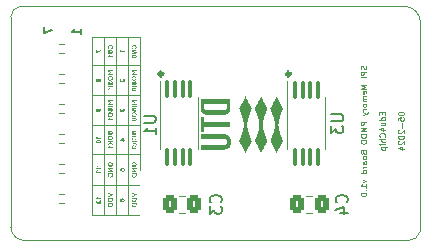
<source format=gbo>
G04 #@! TF.GenerationSoftware,KiCad,Pcbnew,(6.0.1)*
G04 #@! TF.CreationDate,2024-05-17T17:22:04+02:00*
G04 #@! TF.ProjectId,pmod_memory_module,706d6f64-5f6d-4656-9d6f-72795f6d6f64,rev?*
G04 #@! TF.SameCoordinates,Original*
G04 #@! TF.FileFunction,Legend,Bot*
G04 #@! TF.FilePolarity,Positive*
%FSLAX46Y46*%
G04 Gerber Fmt 4.6, Leading zero omitted, Abs format (unit mm)*
G04 Created by KiCad (PCBNEW (6.0.1)) date 2024-05-17 17:22:04*
%MOMM*%
%LPD*%
G01*
G04 APERTURE LIST*
G04 Aperture macros list*
%AMRoundRect*
0 Rectangle with rounded corners*
0 $1 Rounding radius*
0 $2 $3 $4 $5 $6 $7 $8 $9 X,Y pos of 4 corners*
0 Add a 4 corners polygon primitive as box body*
4,1,4,$2,$3,$4,$5,$6,$7,$8,$9,$2,$3,0*
0 Add four circle primitives for the rounded corners*
1,1,$1+$1,$2,$3*
1,1,$1+$1,$4,$5*
1,1,$1+$1,$6,$7*
1,1,$1+$1,$8,$9*
0 Add four rect primitives between the rounded corners*
20,1,$1+$1,$2,$3,$4,$5,0*
20,1,$1+$1,$4,$5,$6,$7,0*
20,1,$1+$1,$6,$7,$8,$9,0*
20,1,$1+$1,$8,$9,$2,$3,0*%
G04 Aperture macros list end*
%ADD10C,0.333981*%
%ADD11C,0.100000*%
%ADD12C,0.123000*%
%ADD13C,0.150000*%
%ADD14C,0.120000*%
%ADD15RoundRect,0.250000X-0.337500X-0.475000X0.337500X-0.475000X0.337500X0.475000X-0.337500X0.475000X0*%
%ADD16RoundRect,0.100000X-0.100000X0.637500X-0.100000X-0.637500X0.100000X-0.637500X0.100000X0.637500X0*%
%ADD17R,1.700000X1.700000*%
%ADD18O,1.700000X1.700000*%
%ADD19C,1.700000*%
G04 APERTURE END LIST*
D10*
X30900990Y-23749000D02*
G75*
G03*
X30900990Y-23749000I-166990J0D01*
G01*
X41695990Y-23749000D02*
G75*
G03*
X41695990Y-23749000I-166990J0D01*
G01*
D11*
X51435000Y-18034001D02*
X18796000Y-18034000D01*
X52705000Y-37084000D02*
X52705000Y-19304000D01*
X51689000Y-37855027D02*
X19304000Y-37855026D01*
X18034000Y-36703000D02*
G75*
G03*
X19304000Y-37855026I1157297J-230D01*
G01*
X51689000Y-37855027D02*
G75*
G03*
X52705000Y-37084000I8619J1043559D01*
G01*
X52705000Y-19304000D02*
G75*
G03*
X51435000Y-18034001I-1366477J-96478D01*
G01*
X18034000Y-18923000D02*
X18034000Y-36703000D01*
X18796000Y-18034000D02*
G75*
G03*
X18034000Y-18923000I147798J-897755D01*
G01*
D12*
X48114782Y-23069285D02*
X48138211Y-23139571D01*
X48138211Y-23256714D01*
X48114782Y-23303571D01*
X48091354Y-23327000D01*
X48044497Y-23350428D01*
X47997640Y-23350428D01*
X47950782Y-23327000D01*
X47927354Y-23303571D01*
X47903925Y-23256714D01*
X47880497Y-23163000D01*
X47857068Y-23116142D01*
X47833640Y-23092714D01*
X47786782Y-23069285D01*
X47739925Y-23069285D01*
X47693068Y-23092714D01*
X47669640Y-23116142D01*
X47646211Y-23163000D01*
X47646211Y-23280142D01*
X47669640Y-23350428D01*
X48138211Y-23561285D02*
X47646211Y-23561285D01*
X47646211Y-23748714D01*
X47669640Y-23795571D01*
X47693068Y-23819000D01*
X47739925Y-23842428D01*
X47810211Y-23842428D01*
X47857068Y-23819000D01*
X47880497Y-23795571D01*
X47903925Y-23748714D01*
X47903925Y-23561285D01*
X48138211Y-24053285D02*
X47646211Y-24053285D01*
X48138211Y-24662428D02*
X47646211Y-24662428D01*
X47997640Y-24826428D01*
X47646211Y-24990428D01*
X48138211Y-24990428D01*
X48114782Y-25412142D02*
X48138211Y-25365285D01*
X48138211Y-25271571D01*
X48114782Y-25224714D01*
X48067925Y-25201285D01*
X47880497Y-25201285D01*
X47833640Y-25224714D01*
X47810211Y-25271571D01*
X47810211Y-25365285D01*
X47833640Y-25412142D01*
X47880497Y-25435571D01*
X47927354Y-25435571D01*
X47974211Y-25201285D01*
X48138211Y-25646428D02*
X47810211Y-25646428D01*
X47857068Y-25646428D02*
X47833640Y-25669857D01*
X47810211Y-25716714D01*
X47810211Y-25787000D01*
X47833640Y-25833857D01*
X47880497Y-25857285D01*
X48138211Y-25857285D01*
X47880497Y-25857285D02*
X47833640Y-25880714D01*
X47810211Y-25927571D01*
X47810211Y-25997857D01*
X47833640Y-26044714D01*
X47880497Y-26068142D01*
X48138211Y-26068142D01*
X48138211Y-26372714D02*
X48114782Y-26325857D01*
X48091354Y-26302428D01*
X48044497Y-26279000D01*
X47903925Y-26279000D01*
X47857068Y-26302428D01*
X47833640Y-26325857D01*
X47810211Y-26372714D01*
X47810211Y-26443000D01*
X47833640Y-26489857D01*
X47857068Y-26513285D01*
X47903925Y-26536714D01*
X48044497Y-26536714D01*
X48091354Y-26513285D01*
X48114782Y-26489857D01*
X48138211Y-26443000D01*
X48138211Y-26372714D01*
X48138211Y-26747571D02*
X47810211Y-26747571D01*
X47903925Y-26747571D02*
X47857068Y-26771000D01*
X47833640Y-26794428D01*
X47810211Y-26841285D01*
X47810211Y-26888142D01*
X47810211Y-27005285D02*
X48138211Y-27122428D01*
X47810211Y-27239571D02*
X48138211Y-27122428D01*
X48255354Y-27075571D01*
X48278782Y-27052142D01*
X48302211Y-27005285D01*
X48138211Y-27801857D02*
X47646211Y-27801857D01*
X47646211Y-27989285D01*
X47669640Y-28036142D01*
X47693068Y-28059571D01*
X47739925Y-28083000D01*
X47810211Y-28083000D01*
X47857068Y-28059571D01*
X47880497Y-28036142D01*
X47903925Y-27989285D01*
X47903925Y-27801857D01*
X48138211Y-28293857D02*
X47646211Y-28293857D01*
X47997640Y-28457857D01*
X47646211Y-28621857D01*
X48138211Y-28621857D01*
X47646211Y-28949857D02*
X47646211Y-29043571D01*
X47669640Y-29090428D01*
X47716497Y-29137285D01*
X47810211Y-29160714D01*
X47974211Y-29160714D01*
X48067925Y-29137285D01*
X48114782Y-29090428D01*
X48138211Y-29043571D01*
X48138211Y-28949857D01*
X48114782Y-28903000D01*
X48067925Y-28856142D01*
X47974211Y-28832714D01*
X47810211Y-28832714D01*
X47716497Y-28856142D01*
X47669640Y-28903000D01*
X47646211Y-28949857D01*
X48138211Y-29371571D02*
X47646211Y-29371571D01*
X47646211Y-29488714D01*
X47669640Y-29559000D01*
X47716497Y-29605857D01*
X47763354Y-29629285D01*
X47857068Y-29652714D01*
X47927354Y-29652714D01*
X48021068Y-29629285D01*
X48067925Y-29605857D01*
X48114782Y-29559000D01*
X48138211Y-29488714D01*
X48138211Y-29371571D01*
X47880497Y-30402428D02*
X47903925Y-30472714D01*
X47927354Y-30496142D01*
X47974211Y-30519571D01*
X48044497Y-30519571D01*
X48091354Y-30496142D01*
X48114782Y-30472714D01*
X48138211Y-30425857D01*
X48138211Y-30238428D01*
X47646211Y-30238428D01*
X47646211Y-30402428D01*
X47669640Y-30449285D01*
X47693068Y-30472714D01*
X47739925Y-30496142D01*
X47786782Y-30496142D01*
X47833640Y-30472714D01*
X47857068Y-30449285D01*
X47880497Y-30402428D01*
X47880497Y-30238428D01*
X48138211Y-30800714D02*
X48114782Y-30753857D01*
X48091354Y-30730428D01*
X48044497Y-30707000D01*
X47903925Y-30707000D01*
X47857068Y-30730428D01*
X47833640Y-30753857D01*
X47810211Y-30800714D01*
X47810211Y-30871000D01*
X47833640Y-30917857D01*
X47857068Y-30941285D01*
X47903925Y-30964714D01*
X48044497Y-30964714D01*
X48091354Y-30941285D01*
X48114782Y-30917857D01*
X48138211Y-30871000D01*
X48138211Y-30800714D01*
X48138211Y-31386428D02*
X47880497Y-31386428D01*
X47833640Y-31363000D01*
X47810211Y-31316142D01*
X47810211Y-31222428D01*
X47833640Y-31175571D01*
X48114782Y-31386428D02*
X48138211Y-31339571D01*
X48138211Y-31222428D01*
X48114782Y-31175571D01*
X48067925Y-31152142D01*
X48021068Y-31152142D01*
X47974211Y-31175571D01*
X47950782Y-31222428D01*
X47950782Y-31339571D01*
X47927354Y-31386428D01*
X48138211Y-31620714D02*
X47810211Y-31620714D01*
X47903925Y-31620714D02*
X47857068Y-31644142D01*
X47833640Y-31667571D01*
X47810211Y-31714428D01*
X47810211Y-31761285D01*
X48138211Y-32136142D02*
X47646211Y-32136142D01*
X48114782Y-32136142D02*
X48138211Y-32089285D01*
X48138211Y-31995571D01*
X48114782Y-31948714D01*
X48091354Y-31925285D01*
X48044497Y-31901857D01*
X47903925Y-31901857D01*
X47857068Y-31925285D01*
X47833640Y-31948714D01*
X47810211Y-31995571D01*
X47810211Y-32089285D01*
X47833640Y-32136142D01*
X47810211Y-32698428D02*
X48138211Y-32815571D01*
X47810211Y-32932714D01*
X48138211Y-33377857D02*
X48138211Y-33096714D01*
X48138211Y-33237285D02*
X47646211Y-33237285D01*
X47716497Y-33190428D01*
X47763354Y-33143571D01*
X47786782Y-33096714D01*
X48091354Y-33588714D02*
X48114782Y-33612142D01*
X48138211Y-33588714D01*
X48114782Y-33565285D01*
X48091354Y-33588714D01*
X48138211Y-33588714D01*
X47646211Y-33916714D02*
X47646211Y-33963571D01*
X47669640Y-34010428D01*
X47693068Y-34033857D01*
X47739925Y-34057285D01*
X47833640Y-34080714D01*
X47950782Y-34080714D01*
X48044497Y-34057285D01*
X48091354Y-34033857D01*
X48114782Y-34010428D01*
X48138211Y-33963571D01*
X48138211Y-33916714D01*
X48114782Y-33869857D01*
X48091354Y-33846428D01*
X48044497Y-33823000D01*
X47950782Y-33799571D01*
X47833640Y-33799571D01*
X47739925Y-33823000D01*
X47693068Y-33846428D01*
X47669640Y-33869857D01*
X47646211Y-33916714D01*
X49464737Y-26981857D02*
X49464737Y-27145857D01*
X49722451Y-27216142D02*
X49722451Y-26981857D01*
X49230451Y-26981857D01*
X49230451Y-27216142D01*
X49722451Y-27637857D02*
X49230451Y-27637857D01*
X49699022Y-27637857D02*
X49722451Y-27591000D01*
X49722451Y-27497285D01*
X49699022Y-27450428D01*
X49675594Y-27427000D01*
X49628737Y-27403571D01*
X49488165Y-27403571D01*
X49441308Y-27427000D01*
X49417880Y-27450428D01*
X49394451Y-27497285D01*
X49394451Y-27591000D01*
X49417880Y-27637857D01*
X49394451Y-28083000D02*
X49722451Y-28083000D01*
X49394451Y-27872142D02*
X49652165Y-27872142D01*
X49699022Y-27895571D01*
X49722451Y-27942428D01*
X49722451Y-28012714D01*
X49699022Y-28059571D01*
X49675594Y-28083000D01*
X49394451Y-28528142D02*
X49722451Y-28528142D01*
X49207022Y-28411000D02*
X49558451Y-28293857D01*
X49558451Y-28598428D01*
X49675594Y-29067000D02*
X49699022Y-29043571D01*
X49722451Y-28973285D01*
X49722451Y-28926428D01*
X49699022Y-28856142D01*
X49652165Y-28809285D01*
X49605308Y-28785857D01*
X49511594Y-28762428D01*
X49441308Y-28762428D01*
X49347594Y-28785857D01*
X49300737Y-28809285D01*
X49253880Y-28856142D01*
X49230451Y-28926428D01*
X49230451Y-28973285D01*
X49253880Y-29043571D01*
X49277308Y-29067000D01*
X49722451Y-29277857D02*
X49230451Y-29277857D01*
X49722451Y-29488714D02*
X49464737Y-29488714D01*
X49417880Y-29465285D01*
X49394451Y-29418428D01*
X49394451Y-29348142D01*
X49417880Y-29301285D01*
X49441308Y-29277857D01*
X49722451Y-29723000D02*
X49394451Y-29723000D01*
X49230451Y-29723000D02*
X49253880Y-29699571D01*
X49277308Y-29723000D01*
X49253880Y-29746428D01*
X49230451Y-29723000D01*
X49277308Y-29723000D01*
X49394451Y-29957285D02*
X49886451Y-29957285D01*
X49417880Y-29957285D02*
X49394451Y-30004142D01*
X49394451Y-30097857D01*
X49417880Y-30144714D01*
X49441308Y-30168142D01*
X49488165Y-30191571D01*
X49628737Y-30191571D01*
X49675594Y-30168142D01*
X49699022Y-30144714D01*
X49722451Y-30097857D01*
X49722451Y-30004142D01*
X49699022Y-29957285D01*
X50814691Y-27075571D02*
X50814691Y-27122428D01*
X50838120Y-27169285D01*
X50861548Y-27192714D01*
X50908405Y-27216142D01*
X51002120Y-27239571D01*
X51119262Y-27239571D01*
X51212977Y-27216142D01*
X51259834Y-27192714D01*
X51283262Y-27169285D01*
X51306691Y-27122428D01*
X51306691Y-27075571D01*
X51283262Y-27028714D01*
X51259834Y-27005285D01*
X51212977Y-26981857D01*
X51119262Y-26958428D01*
X51002120Y-26958428D01*
X50908405Y-26981857D01*
X50861548Y-27005285D01*
X50838120Y-27028714D01*
X50814691Y-27075571D01*
X50814691Y-27684714D02*
X50814691Y-27450428D01*
X51048977Y-27427000D01*
X51025548Y-27450428D01*
X51002120Y-27497285D01*
X51002120Y-27614428D01*
X51025548Y-27661285D01*
X51048977Y-27684714D01*
X51095834Y-27708142D01*
X51212977Y-27708142D01*
X51259834Y-27684714D01*
X51283262Y-27661285D01*
X51306691Y-27614428D01*
X51306691Y-27497285D01*
X51283262Y-27450428D01*
X51259834Y-27427000D01*
X51119262Y-27919000D02*
X51119262Y-28293857D01*
X50861548Y-28504714D02*
X50838120Y-28528142D01*
X50814691Y-28575000D01*
X50814691Y-28692142D01*
X50838120Y-28739000D01*
X50861548Y-28762428D01*
X50908405Y-28785857D01*
X50955262Y-28785857D01*
X51025548Y-28762428D01*
X51306691Y-28481285D01*
X51306691Y-28785857D01*
X50814691Y-29090428D02*
X50814691Y-29137285D01*
X50838120Y-29184142D01*
X50861548Y-29207571D01*
X50908405Y-29231000D01*
X51002120Y-29254428D01*
X51119262Y-29254428D01*
X51212977Y-29231000D01*
X51259834Y-29207571D01*
X51283262Y-29184142D01*
X51306691Y-29137285D01*
X51306691Y-29090428D01*
X51283262Y-29043571D01*
X51259834Y-29020142D01*
X51212977Y-28996714D01*
X51119262Y-28973285D01*
X51002120Y-28973285D01*
X50908405Y-28996714D01*
X50861548Y-29020142D01*
X50838120Y-29043571D01*
X50814691Y-29090428D01*
X50861548Y-29441857D02*
X50838120Y-29465285D01*
X50814691Y-29512142D01*
X50814691Y-29629285D01*
X50838120Y-29676142D01*
X50861548Y-29699571D01*
X50908405Y-29723000D01*
X50955262Y-29723000D01*
X51025548Y-29699571D01*
X51306691Y-29418428D01*
X51306691Y-29723000D01*
X50978691Y-30144714D02*
X51306691Y-30144714D01*
X50791262Y-30027571D02*
X51142691Y-29910428D01*
X51142691Y-30215000D01*
D13*
X23961285Y-20407285D02*
X23961285Y-19978714D01*
X23961285Y-20193000D02*
X23211285Y-20193000D01*
X23318428Y-20121571D01*
X23389857Y-20050142D01*
X23425571Y-19978714D01*
X20798285Y-19816000D02*
X20798285Y-20316000D01*
X21548285Y-19994571D01*
X46458142Y-34631333D02*
X46505761Y-34583714D01*
X46553380Y-34440857D01*
X46553380Y-34345619D01*
X46505761Y-34202761D01*
X46410523Y-34107523D01*
X46315285Y-34059904D01*
X46124809Y-34012285D01*
X45981952Y-34012285D01*
X45791476Y-34059904D01*
X45696238Y-34107523D01*
X45601000Y-34202761D01*
X45553380Y-34345619D01*
X45553380Y-34440857D01*
X45601000Y-34583714D01*
X45648619Y-34631333D01*
X45886714Y-35488476D02*
X46553380Y-35488476D01*
X45505761Y-35250380D02*
X46220047Y-35012285D01*
X46220047Y-35631333D01*
X35790142Y-34631333D02*
X35837761Y-34583714D01*
X35885380Y-34440857D01*
X35885380Y-34345619D01*
X35837761Y-34202761D01*
X35742523Y-34107523D01*
X35647285Y-34059904D01*
X35456809Y-34012285D01*
X35313952Y-34012285D01*
X35123476Y-34059904D01*
X35028238Y-34107523D01*
X34933000Y-34202761D01*
X34885380Y-34345619D01*
X34885380Y-34440857D01*
X34933000Y-34583714D01*
X34980619Y-34631333D01*
X34885380Y-34964666D02*
X34885380Y-35583714D01*
X35266333Y-35250380D01*
X35266333Y-35393238D01*
X35313952Y-35488476D01*
X35361571Y-35536095D01*
X35456809Y-35583714D01*
X35694904Y-35583714D01*
X35790142Y-35536095D01*
X35837761Y-35488476D01*
X35885380Y-35393238D01*
X35885380Y-35107523D01*
X35837761Y-35012285D01*
X35790142Y-34964666D01*
X45172380Y-27178095D02*
X45981904Y-27178095D01*
X46077142Y-27225714D01*
X46124761Y-27273333D01*
X46172380Y-27368571D01*
X46172380Y-27559047D01*
X46124761Y-27654285D01*
X46077142Y-27701904D01*
X45981904Y-27749523D01*
X45172380Y-27749523D01*
X45172380Y-28130476D02*
X45172380Y-28749523D01*
X45553333Y-28416190D01*
X45553333Y-28559047D01*
X45600952Y-28654285D01*
X45648571Y-28701904D01*
X45743809Y-28749523D01*
X45981904Y-28749523D01*
X46077142Y-28701904D01*
X46124761Y-28654285D01*
X46172380Y-28559047D01*
X46172380Y-28273333D01*
X46124761Y-28178095D01*
X46077142Y-28130476D01*
X29297380Y-27305095D02*
X30106904Y-27305095D01*
X30202142Y-27352714D01*
X30249761Y-27400333D01*
X30297380Y-27495571D01*
X30297380Y-27686047D01*
X30249761Y-27781285D01*
X30202142Y-27828904D01*
X30106904Y-27876523D01*
X29297380Y-27876523D01*
X30297380Y-28876523D02*
X30297380Y-28305095D01*
X30297380Y-28590809D02*
X29297380Y-28590809D01*
X29440238Y-28495571D01*
X29535476Y-28400333D01*
X29583095Y-28305095D01*
D14*
X43045748Y-34063000D02*
X43568252Y-34063000D01*
X43045748Y-35533000D02*
X43568252Y-35533000D01*
X32250748Y-34063000D02*
X32773252Y-34063000D01*
X32250748Y-35533000D02*
X32773252Y-35533000D01*
G36*
X34301373Y-27390695D02*
G01*
X34328348Y-27390846D01*
X34350006Y-27391229D01*
X34367011Y-27391951D01*
X34380026Y-27393121D01*
X34389716Y-27394846D01*
X34396745Y-27397234D01*
X34401776Y-27400392D01*
X34405474Y-27404428D01*
X34408503Y-27409449D01*
X34411527Y-27415564D01*
X34412890Y-27418495D01*
X34414201Y-27421919D01*
X34415299Y-27426022D01*
X34416203Y-27431362D01*
X34416931Y-27438501D01*
X34417502Y-27447996D01*
X34417936Y-27460407D01*
X34418251Y-27476294D01*
X34418466Y-27496216D01*
X34418600Y-27520732D01*
X34418673Y-27550401D01*
X34418702Y-27585783D01*
X34418708Y-27627438D01*
X34418708Y-27824477D01*
X36596988Y-27824477D01*
X36608545Y-27832265D01*
X36610213Y-27833445D01*
X36618712Y-27841010D01*
X36624417Y-27848490D01*
X36624834Y-27849540D01*
X36625749Y-27854087D01*
X36626501Y-27861770D01*
X36627098Y-27873051D01*
X36627548Y-27888394D01*
X36627859Y-27908258D01*
X36628040Y-27933106D01*
X36628099Y-27963400D01*
X36628043Y-27999601D01*
X36627883Y-28042171D01*
X36627032Y-28227416D01*
X36604698Y-28249746D01*
X35511703Y-28250616D01*
X34418708Y-28251485D01*
X34418633Y-28448733D01*
X34418625Y-28465737D01*
X34418591Y-28505050D01*
X34418520Y-28538305D01*
X34418398Y-28566059D01*
X34418205Y-28588870D01*
X34417925Y-28607295D01*
X34417540Y-28621891D01*
X34417034Y-28633215D01*
X34416389Y-28641825D01*
X34415587Y-28648279D01*
X34414611Y-28653133D01*
X34413445Y-28656944D01*
X34412070Y-28660271D01*
X34411525Y-28661471D01*
X34408485Y-28667817D01*
X34405258Y-28673012D01*
X34401179Y-28677171D01*
X34395585Y-28680409D01*
X34387810Y-28682842D01*
X34377191Y-28684583D01*
X34363062Y-28685750D01*
X34344760Y-28686457D01*
X34321619Y-28686819D01*
X34292975Y-28686952D01*
X34258165Y-28686970D01*
X34235059Y-28686962D01*
X34206670Y-28686903D01*
X34183917Y-28686759D01*
X34166089Y-28686496D01*
X34152479Y-28686081D01*
X34142375Y-28685478D01*
X34135070Y-28684656D01*
X34129854Y-28683580D01*
X34126016Y-28682215D01*
X34122849Y-28680530D01*
X34113468Y-28672880D01*
X34105770Y-28663451D01*
X34105345Y-28662712D01*
X34104584Y-28661066D01*
X34103891Y-28658865D01*
X34103261Y-28655810D01*
X34102692Y-28651602D01*
X34102180Y-28645941D01*
X34101723Y-28638530D01*
X34101318Y-28629070D01*
X34100961Y-28617261D01*
X34100650Y-28602804D01*
X34100381Y-28585401D01*
X34100151Y-28564753D01*
X34099957Y-28540561D01*
X34099796Y-28512526D01*
X34099665Y-28480349D01*
X34099561Y-28443731D01*
X34099481Y-28402374D01*
X34099422Y-28355979D01*
X34099381Y-28304246D01*
X34099354Y-28246877D01*
X34099338Y-28183574D01*
X34099331Y-28114036D01*
X34099329Y-28037965D01*
X34099330Y-27997392D01*
X34099334Y-27924772D01*
X34099345Y-27858528D01*
X34099366Y-27798362D01*
X34099400Y-27743975D01*
X34099451Y-27695068D01*
X34099520Y-27651342D01*
X34099613Y-27612498D01*
X34099730Y-27578237D01*
X34099876Y-27548262D01*
X34100054Y-27522271D01*
X34100266Y-27499968D01*
X34100516Y-27481052D01*
X34100807Y-27465226D01*
X34101142Y-27452190D01*
X34101524Y-27441645D01*
X34101955Y-27433292D01*
X34102440Y-27426833D01*
X34102982Y-27421969D01*
X34103582Y-27418400D01*
X34104245Y-27415828D01*
X34104973Y-27413955D01*
X34105770Y-27412480D01*
X34106250Y-27411687D01*
X34109555Y-27406425D01*
X34112929Y-27402123D01*
X34117050Y-27398686D01*
X34122592Y-27396015D01*
X34130233Y-27394016D01*
X34140648Y-27392589D01*
X34154514Y-27391639D01*
X34172507Y-27391069D01*
X34195302Y-27390782D01*
X34223577Y-27390681D01*
X34258008Y-27390668D01*
X34268417Y-27390668D01*
X34301373Y-27390695D01*
G37*
G36*
X34562838Y-28859978D02*
G01*
X34623390Y-28859999D01*
X34689359Y-28860037D01*
X34760980Y-28860090D01*
X34838488Y-28860159D01*
X34922121Y-28860241D01*
X35012114Y-28860335D01*
X35108703Y-28860440D01*
X35137118Y-28860471D01*
X35232447Y-28860581D01*
X35321256Y-28860689D01*
X35403790Y-28860798D01*
X35480290Y-28860910D01*
X35551001Y-28861025D01*
X35616165Y-28861146D01*
X35676026Y-28861274D01*
X35730827Y-28861411D01*
X35780810Y-28861558D01*
X35826220Y-28861717D01*
X35867299Y-28861890D01*
X35904290Y-28862078D01*
X35937436Y-28862283D01*
X35966982Y-28862506D01*
X35993169Y-28862749D01*
X36016241Y-28863015D01*
X36036441Y-28863303D01*
X36054012Y-28863616D01*
X36069198Y-28863956D01*
X36082241Y-28864324D01*
X36093385Y-28864722D01*
X36102873Y-28865151D01*
X36110947Y-28865613D01*
X36117852Y-28866110D01*
X36123830Y-28866643D01*
X36129125Y-28867213D01*
X36167312Y-28872140D01*
X36223636Y-28881428D01*
X36274350Y-28892638D01*
X36320105Y-28906032D01*
X36361552Y-28921871D01*
X36399339Y-28940415D01*
X36434119Y-28961925D01*
X36466541Y-28986663D01*
X36497256Y-29014889D01*
X36508533Y-29026510D01*
X36541149Y-29064869D01*
X36569547Y-29106294D01*
X36593893Y-29151220D01*
X36614352Y-29200081D01*
X36631090Y-29253312D01*
X36644272Y-29311348D01*
X36654065Y-29374624D01*
X36660634Y-29443573D01*
X36661647Y-29464709D01*
X36662167Y-29491050D01*
X36662178Y-29520078D01*
X36661699Y-29549704D01*
X36660746Y-29577843D01*
X36659337Y-29602409D01*
X36653111Y-29663283D01*
X36641691Y-29730200D01*
X36625838Y-29791964D01*
X36605534Y-29848612D01*
X36580764Y-29900182D01*
X36551511Y-29946712D01*
X36517762Y-29988239D01*
X36479498Y-30024799D01*
X36462901Y-30038296D01*
X36425581Y-30065229D01*
X36386736Y-30088410D01*
X36345518Y-30108176D01*
X36301081Y-30124863D01*
X36252576Y-30138810D01*
X36199157Y-30150353D01*
X36139976Y-30159829D01*
X36136233Y-30160309D01*
X36131167Y-30160855D01*
X36125293Y-30161364D01*
X36118371Y-30161839D01*
X36110159Y-30162279D01*
X36100417Y-30162687D01*
X36088903Y-30163065D01*
X36075377Y-30163414D01*
X36059597Y-30163736D01*
X36041323Y-30164032D01*
X36020313Y-30164304D01*
X35996327Y-30164554D01*
X35969125Y-30164783D01*
X35938463Y-30164993D01*
X35904103Y-30165186D01*
X35865802Y-30165363D01*
X35823321Y-30165525D01*
X35776417Y-30165675D01*
X35724851Y-30165814D01*
X35668380Y-30165943D01*
X35606764Y-30166065D01*
X35539763Y-30166180D01*
X35467135Y-30166291D01*
X35388639Y-30166399D01*
X35304034Y-30166506D01*
X35213080Y-30166613D01*
X35115534Y-30166722D01*
X35112628Y-30166725D01*
X35015869Y-30166831D01*
X34925700Y-30166927D01*
X34841885Y-30167012D01*
X34764189Y-30167085D01*
X34692378Y-30167145D01*
X34626215Y-30167190D01*
X34565466Y-30167219D01*
X34509895Y-30167231D01*
X34459267Y-30167224D01*
X34413347Y-30167196D01*
X34371901Y-30167148D01*
X34334691Y-30167077D01*
X34301484Y-30166981D01*
X34272045Y-30166860D01*
X34246137Y-30166713D01*
X34223526Y-30166537D01*
X34203976Y-30166332D01*
X34187253Y-30166096D01*
X34173121Y-30165829D01*
X34161345Y-30165527D01*
X34151690Y-30165191D01*
X34143920Y-30164819D01*
X34137801Y-30164410D01*
X34133097Y-30163962D01*
X34129573Y-30163474D01*
X34126994Y-30162944D01*
X34125124Y-30162372D01*
X34123728Y-30161755D01*
X34122572Y-30161093D01*
X34120404Y-30159772D01*
X34115430Y-30156658D01*
X34111306Y-30153492D01*
X34107947Y-30149659D01*
X34105270Y-30144542D01*
X34103189Y-30137525D01*
X34101621Y-30127992D01*
X34100481Y-30115326D01*
X34099685Y-30098910D01*
X34099148Y-30078129D01*
X34098785Y-30052366D01*
X34098514Y-30021004D01*
X34098249Y-29983428D01*
X34098121Y-29962264D01*
X34098015Y-29930834D01*
X34098014Y-29901439D01*
X34098112Y-29874878D01*
X34098305Y-29851951D01*
X34098586Y-29833457D01*
X34098951Y-29820196D01*
X34099394Y-29812967D01*
X34100736Y-29804735D01*
X34105015Y-29792925D01*
X34113021Y-29782224D01*
X34124422Y-29769784D01*
X35097338Y-29767862D01*
X35170353Y-29767718D01*
X35263093Y-29767533D01*
X35349433Y-29767355D01*
X35429620Y-29767182D01*
X35503903Y-29767010D01*
X35572529Y-29766834D01*
X35635746Y-29766653D01*
X35693802Y-29766461D01*
X35746944Y-29766256D01*
X35795421Y-29766033D01*
X35839479Y-29765790D01*
X35879368Y-29765523D01*
X35915334Y-29765228D01*
X35947626Y-29764901D01*
X35976490Y-29764540D01*
X36002176Y-29764140D01*
X36024931Y-29763698D01*
X36045002Y-29763211D01*
X36062638Y-29762674D01*
X36078086Y-29762085D01*
X36091593Y-29761439D01*
X36103409Y-29760734D01*
X36113779Y-29759965D01*
X36122954Y-29759130D01*
X36131179Y-29758224D01*
X36138703Y-29757244D01*
X36145774Y-29756186D01*
X36152639Y-29755048D01*
X36159546Y-29753824D01*
X36166743Y-29752512D01*
X36175271Y-29750879D01*
X36218242Y-29739957D01*
X36255555Y-29725456D01*
X36287468Y-29707168D01*
X36314237Y-29684886D01*
X36336122Y-29658404D01*
X36353379Y-29627513D01*
X36366266Y-29592007D01*
X36369132Y-29579516D01*
X36372262Y-29557031D01*
X36374085Y-29531401D01*
X36374580Y-29504591D01*
X36373727Y-29478567D01*
X36371503Y-29455295D01*
X36367890Y-29436742D01*
X36359075Y-29411054D01*
X36341909Y-29378141D01*
X36319434Y-29349418D01*
X36291887Y-29325175D01*
X36259508Y-29305700D01*
X36245630Y-29299265D01*
X36222880Y-29290367D01*
X36198275Y-29282906D01*
X36170155Y-29276401D01*
X36136863Y-29270377D01*
X36133100Y-29269816D01*
X36128595Y-29269272D01*
X36123238Y-29268763D01*
X36116790Y-29268289D01*
X36109012Y-29267847D01*
X36099664Y-29267436D01*
X36088508Y-29267054D01*
X36075304Y-29266699D01*
X36059814Y-29266369D01*
X36041797Y-29266062D01*
X36021015Y-29265777D01*
X35997229Y-29265512D01*
X35970199Y-29265264D01*
X35939686Y-29265033D01*
X35905451Y-29264816D01*
X35867255Y-29264612D01*
X35824858Y-29264418D01*
X35778022Y-29264234D01*
X35726506Y-29264056D01*
X35670073Y-29263884D01*
X35608483Y-29263716D01*
X35541496Y-29263549D01*
X35468873Y-29263382D01*
X35390376Y-29263213D01*
X35305764Y-29263040D01*
X35214799Y-29262862D01*
X35117242Y-29262676D01*
X35063056Y-29262574D01*
X34969625Y-29262396D01*
X34882662Y-29262227D01*
X34801932Y-29262064D01*
X34727200Y-29261906D01*
X34658232Y-29261750D01*
X34594793Y-29261595D01*
X34536648Y-29261438D01*
X34483562Y-29261279D01*
X34435302Y-29261114D01*
X34391631Y-29260942D01*
X34352316Y-29260761D01*
X34317121Y-29260568D01*
X34285812Y-29260363D01*
X34258153Y-29260143D01*
X34233912Y-29259905D01*
X34212851Y-29259649D01*
X34194738Y-29259372D01*
X34179337Y-29259072D01*
X34166413Y-29258747D01*
X34155732Y-29258396D01*
X34147059Y-29258016D01*
X34140158Y-29257605D01*
X34134797Y-29257161D01*
X34130739Y-29256683D01*
X34127750Y-29256169D01*
X34125595Y-29255616D01*
X34124040Y-29255022D01*
X34122849Y-29254387D01*
X34113468Y-29246737D01*
X34105770Y-29237307D01*
X34105247Y-29236415D01*
X34103853Y-29233525D01*
X34102696Y-29229833D01*
X34101754Y-29224735D01*
X34101006Y-29217628D01*
X34100429Y-29207910D01*
X34100001Y-29194978D01*
X34099701Y-29178229D01*
X34099505Y-29157059D01*
X34099393Y-29130867D01*
X34099342Y-29099049D01*
X34099329Y-29061002D01*
X34099333Y-29035298D01*
X34099361Y-29001500D01*
X34099438Y-28973524D01*
X34099589Y-28950762D01*
X34099836Y-28932607D01*
X34100204Y-28918449D01*
X34100716Y-28907680D01*
X34101397Y-28899693D01*
X34102269Y-28893877D01*
X34103358Y-28889625D01*
X34104686Y-28886329D01*
X34106277Y-28883380D01*
X34107017Y-28882176D01*
X34115281Y-28872581D01*
X34125064Y-28865396D01*
X34126008Y-28864970D01*
X34127764Y-28864401D01*
X34130219Y-28863872D01*
X34133609Y-28863383D01*
X34138170Y-28862932D01*
X34144137Y-28862519D01*
X34151747Y-28862141D01*
X34161236Y-28861799D01*
X34172838Y-28861490D01*
X34186791Y-28861214D01*
X34203330Y-28860969D01*
X34222690Y-28860754D01*
X34245109Y-28860568D01*
X34270821Y-28860409D01*
X34300062Y-28860278D01*
X34333069Y-28860171D01*
X34370077Y-28860089D01*
X34411322Y-28860030D01*
X34457040Y-28859992D01*
X34507467Y-28859976D01*
X34562838Y-28859978D01*
G37*
G36*
X39217990Y-25661720D02*
G01*
X39221066Y-25666648D01*
X39227024Y-25677106D01*
X39235661Y-25692715D01*
X39246776Y-25713101D01*
X39260168Y-25737887D01*
X39275633Y-25766695D01*
X39292972Y-25799151D01*
X39311981Y-25834877D01*
X39332460Y-25873498D01*
X39354206Y-25914636D01*
X39377018Y-25957916D01*
X39400694Y-26002962D01*
X39420802Y-26041272D01*
X39451337Y-26099445D01*
X39479000Y-26152146D01*
X39503980Y-26199736D01*
X39526466Y-26242571D01*
X39546646Y-26281012D01*
X39564709Y-26315417D01*
X39580844Y-26346145D01*
X39595239Y-26373555D01*
X39608082Y-26398006D01*
X39619562Y-26419856D01*
X39629869Y-26439465D01*
X39639189Y-26457191D01*
X39647712Y-26473393D01*
X39655627Y-26488431D01*
X39663122Y-26502662D01*
X39670386Y-26516446D01*
X39677606Y-26530142D01*
X39684973Y-26544109D01*
X39692673Y-26558704D01*
X39700897Y-26574289D01*
X39706517Y-26584969D01*
X39718339Y-26607634D01*
X39728892Y-26628139D01*
X39737787Y-26645709D01*
X39744635Y-26659572D01*
X39749046Y-26668955D01*
X39750631Y-26673083D01*
X39750232Y-26674784D01*
X39747737Y-26682339D01*
X39743169Y-26695181D01*
X39736782Y-26712628D01*
X39728828Y-26733998D01*
X39719560Y-26758611D01*
X39709230Y-26785785D01*
X39698090Y-26814839D01*
X39664144Y-26903490D01*
X39630834Y-26991614D01*
X39600111Y-27074234D01*
X39571864Y-27151721D01*
X39545982Y-27224448D01*
X39522356Y-27292788D01*
X39500874Y-27357115D01*
X39481426Y-27417801D01*
X39463902Y-27475219D01*
X39448190Y-27529742D01*
X39434181Y-27581743D01*
X39421764Y-27631595D01*
X39410828Y-27679670D01*
X39401263Y-27726343D01*
X39392957Y-27771984D01*
X39385802Y-27816969D01*
X39379686Y-27861668D01*
X39374498Y-27906457D01*
X39374053Y-27911017D01*
X39372631Y-27931579D01*
X39371530Y-27957222D01*
X39370752Y-27986624D01*
X39370297Y-28018461D01*
X39370166Y-28051411D01*
X39370359Y-28084150D01*
X39370877Y-28115357D01*
X39371720Y-28143708D01*
X39372888Y-28167881D01*
X39374383Y-28186553D01*
X39377570Y-28214662D01*
X39383560Y-28260577D01*
X39390613Y-28306734D01*
X39398838Y-28353506D01*
X39408348Y-28401265D01*
X39419251Y-28450387D01*
X39431659Y-28501243D01*
X39445683Y-28554207D01*
X39461434Y-28609654D01*
X39479022Y-28667955D01*
X39498557Y-28729486D01*
X39520151Y-28794618D01*
X39543915Y-28863727D01*
X39569958Y-28937184D01*
X39598393Y-29015364D01*
X39629328Y-29098639D01*
X39662876Y-29187384D01*
X39699147Y-29281972D01*
X39704839Y-29296750D01*
X39715494Y-29324553D01*
X39725213Y-29350095D01*
X39733739Y-29372690D01*
X39740817Y-29391656D01*
X39746190Y-29406306D01*
X39749601Y-29415958D01*
X39750795Y-29419926D01*
X39749246Y-29423428D01*
X39744721Y-29432579D01*
X39737426Y-29446981D01*
X39727567Y-29466235D01*
X39715350Y-29489943D01*
X39700982Y-29517708D01*
X39684669Y-29549131D01*
X39666618Y-29583815D01*
X39647034Y-29621361D01*
X39626124Y-29661371D01*
X39604094Y-29703448D01*
X39581151Y-29747194D01*
X39576443Y-29756163D01*
X39540284Y-29825047D01*
X39507135Y-29888198D01*
X39476847Y-29945898D01*
X39449274Y-29998429D01*
X39424267Y-30046070D01*
X39401679Y-30089105D01*
X39381362Y-30127813D01*
X39363168Y-30162476D01*
X39346950Y-30193377D01*
X39332561Y-30220795D01*
X39319853Y-30245012D01*
X39308677Y-30266311D01*
X39298887Y-30284971D01*
X39290335Y-30301274D01*
X39282873Y-30315502D01*
X39276354Y-30327936D01*
X39270629Y-30338857D01*
X39265552Y-30348546D01*
X39260975Y-30357286D01*
X39256750Y-30365356D01*
X39252729Y-30373040D01*
X39248765Y-30380617D01*
X39240269Y-30396493D01*
X39231919Y-30411318D01*
X39225012Y-30422755D01*
X39220094Y-30429901D01*
X39217711Y-30431854D01*
X39217339Y-30431477D01*
X39216894Y-30430953D01*
X39216265Y-30430049D01*
X39215315Y-30428506D01*
X39213908Y-30426067D01*
X39211909Y-30422473D01*
X39209181Y-30417468D01*
X39205588Y-30410794D01*
X39200995Y-30402192D01*
X39195266Y-30391406D01*
X39188265Y-30378178D01*
X39179855Y-30362250D01*
X39169902Y-30343365D01*
X39158269Y-30321264D01*
X39144820Y-30295691D01*
X39129420Y-30266387D01*
X39111932Y-30233095D01*
X39092221Y-30195557D01*
X39070151Y-30153516D01*
X39045585Y-30106714D01*
X39018389Y-30054893D01*
X38988425Y-29997796D01*
X38955559Y-29935165D01*
X38919654Y-29866742D01*
X38685533Y-29420586D01*
X38728257Y-29309964D01*
X38735768Y-29290496D01*
X38772700Y-29194073D01*
X38806916Y-29103458D01*
X38838514Y-29018308D01*
X38867593Y-28938283D01*
X38894249Y-28863038D01*
X38918580Y-28792232D01*
X38940685Y-28725523D01*
X38960660Y-28662568D01*
X38978604Y-28603025D01*
X38994613Y-28546552D01*
X39008786Y-28492805D01*
X39021220Y-28441444D01*
X39032014Y-28392126D01*
X39041264Y-28344508D01*
X39049068Y-28298249D01*
X39055525Y-28253005D01*
X39060730Y-28208434D01*
X39064784Y-28164195D01*
X39067782Y-28119945D01*
X39069827Y-28057885D01*
X39068390Y-27980892D01*
X39062578Y-27901222D01*
X39052327Y-27817645D01*
X39048697Y-27793706D01*
X39041398Y-27750572D01*
X39032926Y-27706441D01*
X39023172Y-27660963D01*
X39012027Y-27613791D01*
X38999381Y-27564575D01*
X38985126Y-27512966D01*
X38969152Y-27458617D01*
X38951351Y-27401178D01*
X38931612Y-27340302D01*
X38909827Y-27275639D01*
X38885887Y-27206841D01*
X38859682Y-27133559D01*
X38831103Y-27055444D01*
X38800041Y-26972149D01*
X38766387Y-26883324D01*
X38730032Y-26788621D01*
X38685519Y-26673328D01*
X38734418Y-26580257D01*
X38735761Y-26577700D01*
X38744047Y-26561921D01*
X38755216Y-26540649D01*
X38769025Y-26514342D01*
X38785233Y-26483461D01*
X38803599Y-26448466D01*
X38823881Y-26409817D01*
X38845839Y-26367973D01*
X38869230Y-26323394D01*
X38893814Y-26276541D01*
X38919349Y-26227873D01*
X38945595Y-26177850D01*
X38972308Y-26126933D01*
X38999249Y-26075580D01*
X39013419Y-26048573D01*
X39038921Y-25999993D01*
X39063467Y-25953261D01*
X39086873Y-25908728D01*
X39108954Y-25866744D01*
X39129526Y-25827660D01*
X39148404Y-25791825D01*
X39165404Y-25759589D01*
X39180340Y-25731303D01*
X39193029Y-25707318D01*
X39203285Y-25687982D01*
X39210923Y-25673647D01*
X39215761Y-25664663D01*
X39217611Y-25661380D01*
X39217990Y-25661720D01*
G37*
G36*
X35254868Y-25911799D02*
G01*
X35365633Y-25911813D01*
X35474184Y-25911835D01*
X35582430Y-25911867D01*
X35684162Y-25911909D01*
X35779543Y-25911961D01*
X35868736Y-25912025D01*
X35951905Y-25912100D01*
X36029213Y-25912187D01*
X36100823Y-25912287D01*
X36166898Y-25912401D01*
X36227602Y-25912528D01*
X36283097Y-25912670D01*
X36333547Y-25912826D01*
X36379115Y-25912999D01*
X36419964Y-25913187D01*
X36456258Y-25913392D01*
X36488159Y-25913615D01*
X36515831Y-25913855D01*
X36539437Y-25914114D01*
X36559141Y-25914391D01*
X36575105Y-25914688D01*
X36587493Y-25915006D01*
X36596467Y-25915343D01*
X36602192Y-25915702D01*
X36604830Y-25916083D01*
X36613968Y-25920951D01*
X36622757Y-25932116D01*
X36623358Y-25933434D01*
X36624243Y-25936048D01*
X36625025Y-25939600D01*
X36625711Y-25944483D01*
X36626308Y-25951091D01*
X36626820Y-25959814D01*
X36627255Y-25971048D01*
X36627620Y-25985184D01*
X36627919Y-26002616D01*
X36628159Y-26023736D01*
X36628347Y-26048937D01*
X36628489Y-26078613D01*
X36628591Y-26113155D01*
X36628659Y-26152958D01*
X36628700Y-26198414D01*
X36628719Y-26249915D01*
X36628723Y-26307855D01*
X36628698Y-26357911D01*
X36628606Y-26414583D01*
X36628449Y-26467382D01*
X36628230Y-26515980D01*
X36627952Y-26560049D01*
X36627618Y-26599259D01*
X36627230Y-26633281D01*
X36626792Y-26661788D01*
X36626306Y-26684449D01*
X36625775Y-26700937D01*
X36625203Y-26710921D01*
X36624229Y-26721300D01*
X36616217Y-26783878D01*
X36604937Y-26840793D01*
X36590220Y-26892426D01*
X36571898Y-26939155D01*
X36549802Y-26981359D01*
X36523764Y-27019419D01*
X36493615Y-27053712D01*
X36459187Y-27084620D01*
X36447626Y-27093667D01*
X36410778Y-27119371D01*
X36373114Y-27140548D01*
X36332182Y-27158626D01*
X36328410Y-27160090D01*
X36294589Y-27172003D01*
X36258708Y-27182415D01*
X36219976Y-27191474D01*
X36177602Y-27199331D01*
X36130796Y-27206132D01*
X36078768Y-27212028D01*
X36020725Y-27217165D01*
X36014462Y-27217546D01*
X35999133Y-27218125D01*
X35977697Y-27218662D01*
X35950599Y-27219160D01*
X35918286Y-27219616D01*
X35881204Y-27220032D01*
X35839798Y-27220407D01*
X35794516Y-27220741D01*
X35745803Y-27221034D01*
X35694105Y-27221287D01*
X35639869Y-27221499D01*
X35583540Y-27221671D01*
X35525565Y-27221801D01*
X35466389Y-27221891D01*
X35406460Y-27221940D01*
X35346222Y-27221949D01*
X35286123Y-27221916D01*
X35226607Y-27221843D01*
X35168122Y-27221729D01*
X35111113Y-27221575D01*
X35056027Y-27221379D01*
X35003310Y-27221143D01*
X34953407Y-27220866D01*
X34906766Y-27220548D01*
X34863831Y-27220190D01*
X34825049Y-27219790D01*
X34790867Y-27219350D01*
X34761730Y-27218869D01*
X34738084Y-27218347D01*
X34720377Y-27217785D01*
X34709052Y-27217181D01*
X34674954Y-27214300D01*
X34611853Y-27207592D01*
X34554653Y-27199437D01*
X34502801Y-27189646D01*
X34455745Y-27178033D01*
X34412930Y-27164411D01*
X34373805Y-27148593D01*
X34337817Y-27130391D01*
X34304413Y-27109620D01*
X34273041Y-27086091D01*
X34243147Y-27059619D01*
X34218552Y-27033881D01*
X34189819Y-26996372D01*
X34165322Y-26954623D01*
X34144852Y-26908213D01*
X34128203Y-26856723D01*
X34115168Y-26799733D01*
X34115111Y-26799430D01*
X34112711Y-26786500D01*
X34110567Y-26774277D01*
X34108666Y-26762317D01*
X34106991Y-26750177D01*
X34105529Y-26737413D01*
X34104266Y-26723583D01*
X34103186Y-26708242D01*
X34102276Y-26690947D01*
X34101522Y-26671254D01*
X34100908Y-26648721D01*
X34100420Y-26622904D01*
X34100044Y-26593359D01*
X34099766Y-26559644D01*
X34099570Y-26521313D01*
X34099443Y-26477925D01*
X34099370Y-26429036D01*
X34099337Y-26374201D01*
X34099329Y-26314687D01*
X34390660Y-26314687D01*
X34392341Y-26459005D01*
X34392476Y-26470328D01*
X34392994Y-26507889D01*
X34393606Y-26539543D01*
X34394393Y-26566015D01*
X34395437Y-26588033D01*
X34396816Y-26606324D01*
X34398613Y-26621613D01*
X34400906Y-26634627D01*
X34403778Y-26646094D01*
X34407308Y-26656739D01*
X34411578Y-26667289D01*
X34416666Y-26678471D01*
X34420065Y-26685333D01*
X34436527Y-26711190D01*
X34457351Y-26733622D01*
X34482884Y-26752818D01*
X34513472Y-26768970D01*
X34549462Y-26782269D01*
X34591198Y-26792904D01*
X34639028Y-26801069D01*
X34649158Y-26802434D01*
X34661854Y-26804057D01*
X34674502Y-26805535D01*
X34687446Y-26806876D01*
X34701029Y-26808086D01*
X34715597Y-26809171D01*
X34731493Y-26810140D01*
X34749060Y-26810997D01*
X34768643Y-26811751D01*
X34790587Y-26812407D01*
X34815234Y-26812972D01*
X34842928Y-26813453D01*
X34874015Y-26813857D01*
X34908837Y-26814190D01*
X34947739Y-26814458D01*
X34991065Y-26814669D01*
X35039158Y-26814830D01*
X35092364Y-26814946D01*
X35151024Y-26815025D01*
X35215485Y-26815073D01*
X35286089Y-26815097D01*
X35363181Y-26815104D01*
X35378399Y-26815104D01*
X35454318Y-26815095D01*
X35523815Y-26815069D01*
X35587237Y-26815018D01*
X35644927Y-26814935D01*
X35697231Y-26814811D01*
X35744493Y-26814641D01*
X35787059Y-26814417D01*
X35825273Y-26814130D01*
X35859481Y-26813775D01*
X35890027Y-26813344D01*
X35917255Y-26812829D01*
X35941512Y-26812224D01*
X35963142Y-26811520D01*
X35982489Y-26810710D01*
X35999899Y-26809788D01*
X36015717Y-26808746D01*
X36030287Y-26807576D01*
X36043954Y-26806272D01*
X36057064Y-26804825D01*
X36069961Y-26803230D01*
X36082989Y-26801477D01*
X36096495Y-26799561D01*
X36105142Y-26798263D01*
X36151275Y-26789360D01*
X36191396Y-26777846D01*
X36225856Y-26763476D01*
X36255003Y-26746006D01*
X36279190Y-26725194D01*
X36298766Y-26700795D01*
X36314082Y-26672565D01*
X36325488Y-26640262D01*
X36326788Y-26635439D01*
X36328364Y-26628789D01*
X36329660Y-26621705D01*
X36330712Y-26613477D01*
X36331554Y-26603394D01*
X36332221Y-26590746D01*
X36332750Y-26574820D01*
X36333173Y-26554906D01*
X36333528Y-26530294D01*
X36333848Y-26500271D01*
X36334169Y-26464129D01*
X36335431Y-26314687D01*
X34390660Y-26314687D01*
X34099329Y-26314687D01*
X34099329Y-26312979D01*
X34099329Y-25944071D01*
X34107523Y-25932583D01*
X34108636Y-25931110D01*
X34117460Y-25922408D01*
X34127054Y-25916358D01*
X34127446Y-25916224D01*
X34129743Y-25915805D01*
X34133749Y-25915411D01*
X34139661Y-25915043D01*
X34147676Y-25914698D01*
X34157991Y-25914377D01*
X34170804Y-25914079D01*
X34186311Y-25913803D01*
X34204708Y-25913549D01*
X34226195Y-25913315D01*
X34250966Y-25913101D01*
X34279219Y-25912906D01*
X34311152Y-25912730D01*
X34346961Y-25912571D01*
X34386844Y-25912430D01*
X34390660Y-25912419D01*
X34430997Y-25912305D01*
X34479617Y-25912195D01*
X34532901Y-25912101D01*
X34591047Y-25912020D01*
X34654252Y-25911953D01*
X34722712Y-25911899D01*
X34796624Y-25911856D01*
X34876186Y-25911825D01*
X34961594Y-25911805D01*
X35053046Y-25911794D01*
X35150738Y-25911792D01*
X35254868Y-25911799D01*
G37*
G36*
X40540379Y-25661488D02*
G01*
X40540803Y-25662013D01*
X40541493Y-25663069D01*
X40542586Y-25664917D01*
X40544221Y-25667821D01*
X40546537Y-25672043D01*
X40549673Y-25677847D01*
X40553766Y-25685495D01*
X40558955Y-25695250D01*
X40565379Y-25707375D01*
X40573176Y-25722133D01*
X40582485Y-25739786D01*
X40593444Y-25760598D01*
X40606192Y-25784831D01*
X40620866Y-25812749D01*
X40637607Y-25844613D01*
X40656552Y-25880687D01*
X40677839Y-25921234D01*
X40701607Y-25966516D01*
X40727996Y-26016797D01*
X40757142Y-26072338D01*
X40789185Y-26133404D01*
X40824263Y-26200257D01*
X40844962Y-26239699D01*
X40867900Y-26283394D01*
X40890571Y-26326565D01*
X40912653Y-26368600D01*
X40933821Y-26408883D01*
X40953755Y-26446800D01*
X40972130Y-26481738D01*
X40988624Y-26513083D01*
X41002913Y-26540219D01*
X41014676Y-26562534D01*
X41023589Y-26579412D01*
X41028750Y-26589172D01*
X41040471Y-26611355D01*
X41050942Y-26631193D01*
X41059774Y-26647946D01*
X41066576Y-26660877D01*
X41070962Y-26669246D01*
X41072540Y-26672316D01*
X41071935Y-26674061D01*
X41069155Y-26681509D01*
X41064343Y-26694218D01*
X41057746Y-26711541D01*
X41049609Y-26732834D01*
X41040180Y-26757450D01*
X41029704Y-26784745D01*
X41018428Y-26814073D01*
X41014764Y-26823599D01*
X40993584Y-26878760D01*
X40974561Y-26928525D01*
X40957392Y-26973714D01*
X40941772Y-27015151D01*
X40927397Y-27053657D01*
X40913964Y-27090057D01*
X40901169Y-27125171D01*
X40888708Y-27159823D01*
X40876277Y-27194835D01*
X40863572Y-27231029D01*
X40850290Y-27269229D01*
X40839597Y-27300383D01*
X40807861Y-27396792D01*
X40779978Y-27488318D01*
X40755900Y-27575505D01*
X40735582Y-27658900D01*
X40718976Y-27739048D01*
X40706036Y-27816496D01*
X40696716Y-27891788D01*
X40690969Y-27965470D01*
X40688748Y-28038089D01*
X40690007Y-28110189D01*
X40694700Y-28182318D01*
X40702779Y-28255019D01*
X40714199Y-28328840D01*
X40728912Y-28404325D01*
X40746873Y-28482021D01*
X40756058Y-28518083D01*
X40768803Y-28565267D01*
X40782921Y-28614535D01*
X40798541Y-28666265D01*
X40815792Y-28720833D01*
X40834803Y-28778618D01*
X40855703Y-28839997D01*
X40878621Y-28905346D01*
X40903685Y-28975044D01*
X40931025Y-29049468D01*
X40960770Y-29128994D01*
X40993048Y-29214002D01*
X41027988Y-29304867D01*
X41072752Y-29420639D01*
X40996226Y-29566177D01*
X40987968Y-29581884D01*
X40971128Y-29613924D01*
X40952386Y-29649595D01*
X40931995Y-29688412D01*
X40910210Y-29729892D01*
X40887284Y-29773550D01*
X40863472Y-29818903D01*
X40839027Y-29865467D01*
X40814203Y-29912757D01*
X40789254Y-29960291D01*
X40764435Y-30007583D01*
X40739999Y-30054150D01*
X40716200Y-30099509D01*
X40693292Y-30143175D01*
X40671528Y-30184664D01*
X40651164Y-30223492D01*
X40632453Y-30259176D01*
X40615649Y-30291231D01*
X40601005Y-30319173D01*
X40588776Y-30342520D01*
X40579216Y-30360786D01*
X40572578Y-30373487D01*
X40572335Y-30373954D01*
X40562857Y-30391933D01*
X40554353Y-30407733D01*
X40547361Y-30420379D01*
X40542419Y-30428899D01*
X40540065Y-30432318D01*
X40538954Y-30431175D01*
X40534905Y-30424799D01*
X40528274Y-30413375D01*
X40519394Y-30397509D01*
X40508599Y-30377804D01*
X40496222Y-30354865D01*
X40482597Y-30329297D01*
X40468056Y-30301705D01*
X40464213Y-30294372D01*
X40452283Y-30271616D01*
X40437586Y-30243586D01*
X40420415Y-30210842D01*
X40401063Y-30173940D01*
X40379823Y-30133439D01*
X40356987Y-30089898D01*
X40332848Y-30043874D01*
X40307698Y-29995927D01*
X40281832Y-29946613D01*
X40255540Y-29896492D01*
X40229117Y-29846122D01*
X40202855Y-29796060D01*
X40180586Y-29753594D01*
X40156720Y-29708048D01*
X40133925Y-29664506D01*
X40112392Y-29623336D01*
X40092312Y-29584905D01*
X40073877Y-29549582D01*
X40057278Y-29517734D01*
X40042708Y-29489728D01*
X40030357Y-29465932D01*
X40020418Y-29446713D01*
X40013081Y-29432439D01*
X40008538Y-29423478D01*
X40006981Y-29420197D01*
X40008018Y-29416779D01*
X40011174Y-29407946D01*
X40016061Y-29394796D01*
X40022287Y-29378383D01*
X40029459Y-29359763D01*
X40050937Y-29304239D01*
X40086944Y-29210359D01*
X40120323Y-29122190D01*
X40151178Y-29039396D01*
X40179611Y-28961641D01*
X40205727Y-28888588D01*
X40229627Y-28819901D01*
X40251416Y-28755245D01*
X40271196Y-28694282D01*
X40289071Y-28636678D01*
X40305144Y-28582095D01*
X40319518Y-28530198D01*
X40332296Y-28480650D01*
X40343582Y-28433116D01*
X40353478Y-28387259D01*
X40362088Y-28342743D01*
X40369515Y-28299232D01*
X40375863Y-28256390D01*
X40381233Y-28213880D01*
X40382168Y-28205157D01*
X40384476Y-28176910D01*
X40386338Y-28144047D01*
X40387723Y-28108187D01*
X40388600Y-28070949D01*
X40388938Y-28033953D01*
X40388707Y-27998819D01*
X40387876Y-27967166D01*
X40386414Y-27940615D01*
X40383203Y-27903227D01*
X40377364Y-27850413D01*
X40369883Y-27797339D01*
X40360598Y-27743265D01*
X40349346Y-27687455D01*
X40335966Y-27629169D01*
X40320295Y-27567670D01*
X40302170Y-27502220D01*
X40281428Y-27432079D01*
X40257909Y-27356510D01*
X40248127Y-27326473D01*
X40235021Y-27287719D01*
X40219672Y-27243584D01*
X40202259Y-27194561D01*
X40182963Y-27141145D01*
X40161963Y-27083830D01*
X40139440Y-27023110D01*
X40115572Y-26959479D01*
X40090541Y-26893431D01*
X40064527Y-26825461D01*
X40053364Y-26796319D01*
X40042506Y-26767728D01*
X40032700Y-26741657D01*
X40024182Y-26718748D01*
X40017189Y-26699642D01*
X40011958Y-26684980D01*
X40008725Y-26675404D01*
X40007728Y-26671556D01*
X40008322Y-26670136D01*
X40011758Y-26663097D01*
X40018052Y-26650673D01*
X40027003Y-26633246D01*
X40038411Y-26611196D01*
X40052073Y-26584906D01*
X40067790Y-26554756D01*
X40085360Y-26521127D01*
X40104582Y-26484401D01*
X40125255Y-26444958D01*
X40147179Y-26403180D01*
X40170151Y-26359448D01*
X40193972Y-26314144D01*
X40218440Y-26267648D01*
X40243353Y-26220341D01*
X40268512Y-26172605D01*
X40293716Y-26124821D01*
X40318762Y-26077370D01*
X40343450Y-26030633D01*
X40367580Y-25984992D01*
X40390949Y-25940827D01*
X40413358Y-25898520D01*
X40434605Y-25858452D01*
X40454488Y-25821004D01*
X40472808Y-25786557D01*
X40489363Y-25755493D01*
X40503952Y-25728192D01*
X40516375Y-25705036D01*
X40526429Y-25686406D01*
X40533914Y-25672683D01*
X40538629Y-25664248D01*
X40540374Y-25661483D01*
X40540379Y-25661488D01*
G37*
G36*
X37900716Y-25662694D02*
G01*
X37902937Y-25666669D01*
X37906690Y-25673586D01*
X37912068Y-25683617D01*
X37919162Y-25696934D01*
X37928061Y-25713712D01*
X37938857Y-25734122D01*
X37951641Y-25758337D01*
X37966505Y-25786530D01*
X37983538Y-25818874D01*
X38002832Y-25855541D01*
X38024478Y-25896705D01*
X38048566Y-25942538D01*
X38075188Y-25993214D01*
X38104435Y-26048903D01*
X38136398Y-26109781D01*
X38171167Y-26176019D01*
X38208833Y-26247789D01*
X38249488Y-26325266D01*
X38293222Y-26408622D01*
X38307315Y-26435471D01*
X38324196Y-26467606D01*
X38340752Y-26499092D01*
X38356507Y-26529029D01*
X38370988Y-26556517D01*
X38383721Y-26580655D01*
X38394231Y-26600542D01*
X38402045Y-26615279D01*
X38402209Y-26615586D01*
X38411617Y-26633304D01*
X38419816Y-26648790D01*
X38426306Y-26661096D01*
X38430585Y-26669272D01*
X38432153Y-26672368D01*
X38432146Y-26672409D01*
X38430784Y-26676189D01*
X38427254Y-26685573D01*
X38421826Y-26699859D01*
X38414769Y-26718340D01*
X38406351Y-26740315D01*
X38396842Y-26765076D01*
X38386510Y-26791922D01*
X38372955Y-26827172D01*
X38336562Y-26922609D01*
X38302861Y-27012279D01*
X38271759Y-27096516D01*
X38243160Y-27175655D01*
X38216969Y-27250030D01*
X38193091Y-27319978D01*
X38171431Y-27385834D01*
X38151894Y-27447931D01*
X38134385Y-27506606D01*
X38118809Y-27562192D01*
X38105071Y-27615026D01*
X38093077Y-27665443D01*
X38082730Y-27713776D01*
X38073937Y-27760362D01*
X38066602Y-27805536D01*
X38060629Y-27849631D01*
X38055925Y-27892984D01*
X38052394Y-27935930D01*
X38049941Y-27978803D01*
X38048666Y-28015583D01*
X38048234Y-28061418D01*
X38049168Y-28107373D01*
X38051552Y-28153765D01*
X38055466Y-28200915D01*
X38060991Y-28249140D01*
X38068210Y-28298760D01*
X38077205Y-28350094D01*
X38088056Y-28403460D01*
X38100845Y-28459177D01*
X38115654Y-28517564D01*
X38132565Y-28578939D01*
X38151659Y-28643623D01*
X38173017Y-28711933D01*
X38196722Y-28784188D01*
X38222855Y-28860708D01*
X38251497Y-28941811D01*
X38282731Y-29027816D01*
X38316637Y-29119041D01*
X38353298Y-29215806D01*
X38392795Y-29318429D01*
X38432321Y-29420437D01*
X38264508Y-29740283D01*
X38247745Y-29772229D01*
X38224481Y-29816560D01*
X38201806Y-29859760D01*
X38179979Y-29901336D01*
X38159258Y-29940798D01*
X38139901Y-29977652D01*
X38122168Y-30011408D01*
X38106316Y-30041573D01*
X38092604Y-30067655D01*
X38081290Y-30089163D01*
X38072632Y-30105605D01*
X38066889Y-30116489D01*
X38065416Y-30119277D01*
X38056516Y-30136154D01*
X38045109Y-30157832D01*
X38031743Y-30183270D01*
X38016963Y-30211428D01*
X38001315Y-30241265D01*
X37985344Y-30271743D01*
X37969598Y-30301820D01*
X37961324Y-30317607D01*
X37947447Y-30343967D01*
X37934688Y-30368061D01*
X37923385Y-30389254D01*
X37913878Y-30406916D01*
X37906506Y-30420414D01*
X37901609Y-30429116D01*
X37899525Y-30432389D01*
X37898428Y-30431238D01*
X37894398Y-30424850D01*
X37887785Y-30413415D01*
X37878921Y-30397539D01*
X37868141Y-30377825D01*
X37855775Y-30354879D01*
X37842158Y-30329306D01*
X37827622Y-30301711D01*
X37815692Y-30278949D01*
X37797538Y-30244326D01*
X37777433Y-30205995D01*
X37756078Y-30165292D01*
X37734175Y-30123553D01*
X37712424Y-30082113D01*
X37691525Y-30042308D01*
X37672181Y-30005475D01*
X37658700Y-29979810D01*
X37638975Y-29942257D01*
X37617155Y-29900714D01*
X37593848Y-29856339D01*
X37569662Y-29810290D01*
X37545207Y-29763727D01*
X37521090Y-29717808D01*
X37497920Y-29673691D01*
X37476306Y-29632535D01*
X37464358Y-29609763D01*
X37446572Y-29575787D01*
X37429916Y-29543876D01*
X37414648Y-29514527D01*
X37401024Y-29488239D01*
X37389300Y-29465508D01*
X37379735Y-29446832D01*
X37372585Y-29432707D01*
X37368106Y-29423632D01*
X37366556Y-29420102D01*
X37367673Y-29416323D01*
X37370958Y-29406997D01*
X37376090Y-29393021D01*
X37382745Y-29375267D01*
X37390599Y-29354605D01*
X37399328Y-29331907D01*
X37410293Y-29303513D01*
X37447664Y-29206007D01*
X37482330Y-29114304D01*
X37514383Y-29028076D01*
X37543915Y-28946994D01*
X37571016Y-28870732D01*
X37595778Y-28798962D01*
X37618293Y-28731356D01*
X37638652Y-28667586D01*
X37656946Y-28607326D01*
X37673267Y-28550246D01*
X37687707Y-28496021D01*
X37700356Y-28444322D01*
X37711306Y-28394821D01*
X37720649Y-28347191D01*
X37728476Y-28301104D01*
X37734879Y-28256233D01*
X37739948Y-28212249D01*
X37743776Y-28168827D01*
X37746454Y-28125637D01*
X37748073Y-28082352D01*
X37748588Y-28051841D01*
X37748293Y-28006007D01*
X37746632Y-27960028D01*
X37743520Y-27913568D01*
X37738871Y-27866293D01*
X37732598Y-27817868D01*
X37724614Y-27767956D01*
X37714835Y-27716225D01*
X37703172Y-27662337D01*
X37689541Y-27605958D01*
X37673854Y-27546754D01*
X37656026Y-27484388D01*
X37635969Y-27418526D01*
X37613599Y-27348833D01*
X37588828Y-27274974D01*
X37561571Y-27196613D01*
X37531740Y-27113415D01*
X37499250Y-27025046D01*
X37464014Y-26931170D01*
X37425947Y-26831452D01*
X37425095Y-26829236D01*
X37413313Y-26798523D01*
X37402332Y-26769771D01*
X37392389Y-26743612D01*
X37383722Y-26720674D01*
X37376568Y-26701589D01*
X37371164Y-26686986D01*
X37367748Y-26677496D01*
X37366556Y-26673748D01*
X37366639Y-26673466D01*
X37368073Y-26670343D01*
X37371347Y-26663745D01*
X37376530Y-26653535D01*
X37383694Y-26639578D01*
X37392910Y-26621740D01*
X37404248Y-26599885D01*
X37417778Y-26573878D01*
X37433572Y-26543584D01*
X37451700Y-26508867D01*
X37472233Y-26469593D01*
X37495242Y-26425625D01*
X37520797Y-26376830D01*
X37548969Y-26323071D01*
X37579829Y-26264214D01*
X37613448Y-26200123D01*
X37649895Y-26130663D01*
X37689243Y-26055699D01*
X37731561Y-25975095D01*
X37776920Y-25888717D01*
X37825392Y-25796430D01*
X37837877Y-25772766D01*
X37851964Y-25746333D01*
X37864855Y-25722432D01*
X37876224Y-25701652D01*
X37885745Y-25684580D01*
X37893094Y-25671807D01*
X37897945Y-25663919D01*
X37899973Y-25661505D01*
X37900716Y-25662694D01*
G37*
X41443000Y-27940000D02*
X41443000Y-30140000D01*
X44663000Y-27940000D02*
X44663000Y-30140000D01*
X41443000Y-27940000D02*
X41443000Y-24340000D01*
X44663000Y-27940000D02*
X44663000Y-25740000D01*
G36*
X28530733Y-21294072D02*
G01*
X28577895Y-21313359D01*
X28619137Y-21345588D01*
X28636007Y-21364429D01*
X28653285Y-21388337D01*
X28663245Y-21407973D01*
X28667287Y-21425106D01*
X28671236Y-21459704D01*
X28672137Y-21498035D01*
X28669937Y-21533891D01*
X28664581Y-21561064D01*
X28658985Y-21575211D01*
X28636741Y-21610798D01*
X28606930Y-21639791D01*
X28572916Y-21659380D01*
X28538062Y-21666756D01*
X28531178Y-21666357D01*
X28524420Y-21662083D01*
X28521534Y-21650064D01*
X28520925Y-21626565D01*
X28521301Y-21605636D01*
X28524147Y-21591165D01*
X28531990Y-21583093D01*
X28547356Y-21576648D01*
X28552731Y-21574536D01*
X28581460Y-21554777D01*
X28598856Y-21524966D01*
X28604704Y-21485448D01*
X28603882Y-21466477D01*
X28598113Y-21443680D01*
X28584756Y-21423516D01*
X28571779Y-21409586D01*
X28544271Y-21389855D01*
X28510878Y-21379127D01*
X28467468Y-21375718D01*
X28450484Y-21376082D01*
X28403577Y-21383722D01*
X28367134Y-21401565D01*
X28340141Y-21430044D01*
X28337230Y-21434717D01*
X28325480Y-21467064D01*
X28324504Y-21501474D01*
X28333339Y-21534039D01*
X28351024Y-21560851D01*
X28376595Y-21578003D01*
X28386966Y-21582484D01*
X28395081Y-21590038D01*
X28398418Y-21603570D01*
X28399066Y-21627701D01*
X28399066Y-21668917D01*
X28370684Y-21664311D01*
X28367493Y-21663750D01*
X28329080Y-21649161D01*
X28297692Y-21622116D01*
X28274218Y-21584023D01*
X28259548Y-21536291D01*
X28254568Y-21480327D01*
X28257317Y-21445173D01*
X28272219Y-21395353D01*
X28299266Y-21353860D01*
X28337561Y-21321600D01*
X28386206Y-21299482D01*
X28444303Y-21288413D01*
X28476120Y-21287225D01*
X28530733Y-21294072D01*
G37*
G36*
X28673249Y-32255638D02*
G01*
X28671235Y-32318322D01*
X28663970Y-32374425D01*
X28650665Y-32419487D01*
X28630548Y-32455333D01*
X28602843Y-32483786D01*
X28566779Y-32506669D01*
X28546505Y-32516201D01*
X28524096Y-32523361D01*
X28498584Y-32526755D01*
X28463934Y-32527613D01*
X28438708Y-32527211D01*
X28410195Y-32524592D01*
X28386725Y-32518509D01*
X28362268Y-32507785D01*
X28356290Y-32504727D01*
X28323975Y-32484167D01*
X28299220Y-32459360D01*
X28281048Y-32428154D01*
X28268481Y-32388400D01*
X28260543Y-32337950D01*
X28258308Y-32304958D01*
X28330521Y-32304958D01*
X28333065Y-32344462D01*
X28343209Y-32379928D01*
X28362325Y-32406473D01*
X28391723Y-32426699D01*
X28432127Y-32440971D01*
X28475449Y-32444387D01*
X28516782Y-32436818D01*
X28552705Y-32418908D01*
X28579799Y-32391300D01*
X28584862Y-32383105D01*
X28592387Y-32365011D01*
X28596096Y-32342187D01*
X28597087Y-32309425D01*
X28597087Y-32253430D01*
X28330521Y-32253430D01*
X28330521Y-32304958D01*
X28258308Y-32304958D01*
X28256255Y-32274653D01*
X28252098Y-32169652D01*
X28673249Y-32169652D01*
X28673249Y-32255638D01*
G37*
G36*
X26662456Y-34326939D02*
G01*
X26661980Y-34353606D01*
X26659846Y-34393893D01*
X26656396Y-34429931D01*
X26652073Y-34456233D01*
X26635462Y-34502205D01*
X26606566Y-34543652D01*
X26567803Y-34574709D01*
X26520443Y-34594647D01*
X26465760Y-34602734D01*
X26405024Y-34598239D01*
X26382714Y-34593286D01*
X26336848Y-34573814D01*
X26300283Y-34542692D01*
X26271548Y-34498824D01*
X26264398Y-34483873D01*
X26257677Y-34466504D01*
X26253037Y-34447729D01*
X26249885Y-34424091D01*
X26247626Y-34392135D01*
X26246871Y-34375293D01*
X26319846Y-34375293D01*
X26323625Y-34421180D01*
X26336826Y-34460393D01*
X26360038Y-34488521D01*
X26393819Y-34506211D01*
X26438724Y-34514114D01*
X26452419Y-34514724D01*
X26496559Y-34511596D01*
X26531561Y-34499222D01*
X26560404Y-34476686D01*
X26566524Y-34470044D01*
X26575339Y-34457670D01*
X26580590Y-34442947D01*
X26583499Y-34421580D01*
X26585290Y-34389276D01*
X26587976Y-34325035D01*
X26319846Y-34325035D01*
X26319846Y-34375293D01*
X26246871Y-34375293D01*
X26245665Y-34348405D01*
X26241424Y-34241256D01*
X26662575Y-34241256D01*
X26662456Y-34326939D01*
G37*
G36*
X26658767Y-26019577D02*
G01*
X26364547Y-26027193D01*
X26443111Y-26073153D01*
X26474588Y-26091696D01*
X26497406Y-26105976D01*
X26511323Y-26116668D01*
X26518541Y-26125875D01*
X26521258Y-26135700D01*
X26521675Y-26148245D01*
X26521529Y-26157316D01*
X26519691Y-26168105D01*
X26513860Y-26177414D01*
X26501727Y-26187501D01*
X26480983Y-26200626D01*
X26449321Y-26219046D01*
X26425052Y-26233182D01*
X26398451Y-26249094D01*
X26378993Y-26261228D01*
X26369732Y-26267717D01*
X26372989Y-26269850D01*
X26389881Y-26271887D01*
X26419619Y-26273419D01*
X26460929Y-26274384D01*
X26512536Y-26274720D01*
X26662575Y-26274720D01*
X26662575Y-26358498D01*
X26242957Y-26358498D01*
X26245225Y-26310897D01*
X26247492Y-26263295D01*
X26340670Y-26209982D01*
X26352871Y-26202960D01*
X26384748Y-26184190D01*
X26410476Y-26168423D01*
X26427676Y-26157141D01*
X26433968Y-26151826D01*
X26432898Y-26150460D01*
X26421968Y-26142425D01*
X26401105Y-26128904D01*
X26372635Y-26111378D01*
X26338886Y-26091328D01*
X26243684Y-26035671D01*
X26243684Y-25939607D01*
X26663371Y-25939607D01*
X26658767Y-26019577D01*
G37*
G36*
X28568527Y-24383359D02*
G01*
X28597922Y-24391084D01*
X28621264Y-24404158D01*
X28640180Y-24425449D01*
X28658642Y-24458258D01*
X28664375Y-24471413D01*
X28669702Y-24491778D01*
X28671813Y-24517502D01*
X28671359Y-24553460D01*
X28669073Y-24586704D01*
X28660021Y-24633468D01*
X28643832Y-24667647D01*
X28619733Y-24690161D01*
X28586949Y-24701929D01*
X28544705Y-24703871D01*
X28520666Y-24701998D01*
X28501321Y-24697854D01*
X28486953Y-24689523D01*
X28471974Y-24674770D01*
X28464541Y-24665569D01*
X28445961Y-24633128D01*
X28429841Y-24591415D01*
X28424382Y-24574370D01*
X28410387Y-24534283D01*
X28398168Y-24506460D01*
X28386552Y-24488974D01*
X28374368Y-24479896D01*
X28360442Y-24477298D01*
X28347575Y-24478521D01*
X28335721Y-24486251D01*
X28325892Y-24504744D01*
X28319791Y-24529521D01*
X28320701Y-24557352D01*
X28328276Y-24582157D01*
X28341251Y-24599957D01*
X28358358Y-24606774D01*
X28363707Y-24610090D01*
X28367456Y-24624237D01*
X28368602Y-24651415D01*
X28368600Y-24657003D01*
X28368119Y-24679450D01*
X28365604Y-24690601D01*
X28359351Y-24693785D01*
X28347657Y-24692330D01*
X28315638Y-24680495D01*
X28287829Y-24655789D01*
X28268100Y-24620225D01*
X28257270Y-24575320D01*
X28256155Y-24522593D01*
X28259682Y-24493741D01*
X28272963Y-24449933D01*
X28294792Y-24418151D01*
X28324847Y-24398792D01*
X28362803Y-24392251D01*
X28402789Y-24397855D01*
X28435126Y-24414421D01*
X28457084Y-24440951D01*
X28459265Y-24445431D01*
X28468584Y-24467430D01*
X28479962Y-24497206D01*
X28491419Y-24529638D01*
X28502437Y-24560461D01*
X28515755Y-24590567D01*
X28528740Y-24609447D01*
X28542967Y-24619220D01*
X28560011Y-24622006D01*
X28572357Y-24620109D01*
X28591323Y-24606532D01*
X28603236Y-24581315D01*
X28607043Y-24546158D01*
X28606657Y-24535547D01*
X28600859Y-24502892D01*
X28587636Y-24482266D01*
X28566208Y-24472265D01*
X28565310Y-24472085D01*
X28553133Y-24468663D01*
X28546709Y-24462056D01*
X28544202Y-24448248D01*
X28543774Y-24423223D01*
X28543774Y-24378669D01*
X28568527Y-24383359D01*
G37*
G36*
X25485641Y-29367772D02*
G01*
X25543650Y-29375680D01*
X25590231Y-29391577D01*
X25624709Y-29415183D01*
X25646412Y-29446218D01*
X25652613Y-29465777D01*
X25656668Y-29503107D01*
X25653433Y-29541104D01*
X25643094Y-29572650D01*
X25639783Y-29578257D01*
X25618627Y-29600800D01*
X25584615Y-29622036D01*
X25582915Y-29622910D01*
X25561952Y-29633000D01*
X25543619Y-29639425D01*
X25523453Y-29643003D01*
X25496989Y-29644550D01*
X25459763Y-29644885D01*
X25422295Y-29644206D01*
X25376803Y-29640306D01*
X25341381Y-29632273D01*
X25313097Y-29619352D01*
X25289021Y-29600783D01*
X25283636Y-29595437D01*
X25258942Y-29559394D01*
X25248324Y-29518525D01*
X25248647Y-29515006D01*
X25317535Y-29515006D01*
X25320529Y-29523939D01*
X25332653Y-29540322D01*
X25353752Y-29551733D01*
X25385848Y-29559026D01*
X25430963Y-29563058D01*
X25467478Y-29563880D01*
X25516324Y-29560532D01*
X25553204Y-29551673D01*
X25576925Y-29537513D01*
X25582049Y-29531223D01*
X25588950Y-29509127D01*
X25584067Y-29486178D01*
X25568112Y-29467984D01*
X25560232Y-29464258D01*
X25535650Y-29458171D01*
X25502366Y-29453767D01*
X25464648Y-29451270D01*
X25426765Y-29450904D01*
X25392984Y-29452894D01*
X25367575Y-29457462D01*
X25362252Y-29459171D01*
X25334340Y-29473595D01*
X25319009Y-29492696D01*
X25317535Y-29515006D01*
X25248647Y-29515006D01*
X25252346Y-29474765D01*
X25267744Y-29438733D01*
X25296496Y-29407430D01*
X25337464Y-29384966D01*
X25390487Y-29371426D01*
X25426765Y-29368894D01*
X25455408Y-29366894D01*
X25485641Y-29367772D01*
G37*
G36*
X27531364Y-29187231D02*
G01*
X27543905Y-29184700D01*
X27556676Y-29184105D01*
X27591750Y-29184105D01*
X27591750Y-29366894D01*
X27667912Y-29366894D01*
X27667912Y-29443055D01*
X27591750Y-29443055D01*
X27591750Y-29469712D01*
X27591539Y-29481574D01*
X27588508Y-29491943D01*
X27578536Y-29495800D01*
X27557477Y-29496369D01*
X27542226Y-29496204D01*
X27528895Y-29493847D01*
X27523936Y-29486091D01*
X27523204Y-29469712D01*
X27523204Y-29443055D01*
X27264254Y-29443055D01*
X27264254Y-29361715D01*
X27265028Y-29361181D01*
X27371000Y-29361181D01*
X27374270Y-29362843D01*
X27389758Y-29364932D01*
X27415088Y-29366363D01*
X27447042Y-29366894D01*
X27523204Y-29366894D01*
X27523204Y-29312946D01*
X27523193Y-29309849D01*
X27522181Y-29284505D01*
X27519845Y-29267204D01*
X27516643Y-29261536D01*
X27508633Y-29265687D01*
X27490646Y-29276697D01*
X27466964Y-29292099D01*
X27440669Y-29309784D01*
X27414843Y-29327644D01*
X27392568Y-29343569D01*
X27376926Y-29355451D01*
X27371000Y-29361181D01*
X27265028Y-29361181D01*
X27392928Y-29272910D01*
X27399997Y-29268034D01*
X27442294Y-29239062D01*
X27474519Y-29217613D01*
X27498732Y-29202570D01*
X27516643Y-29193002D01*
X27516993Y-29192815D01*
X27531364Y-29187231D01*
G37*
G36*
X28571942Y-21732391D02*
G01*
X28580172Y-21734094D01*
X28612033Y-21746061D01*
X28635751Y-21766940D01*
X28655220Y-21799890D01*
X28669382Y-21844374D01*
X28674272Y-21895723D01*
X28669165Y-21946728D01*
X28654095Y-21991787D01*
X28636712Y-22020277D01*
X28612142Y-22042529D01*
X28580794Y-22053151D01*
X28539714Y-22053741D01*
X28523606Y-22052145D01*
X28502405Y-22047656D01*
X28487100Y-22038843D01*
X28471636Y-22022969D01*
X28458540Y-22003857D01*
X28443192Y-21973505D01*
X28430327Y-21939944D01*
X28428018Y-21932781D01*
X28413117Y-21889726D01*
X28400161Y-21859454D01*
X28388030Y-21840117D01*
X28375604Y-21829869D01*
X28361763Y-21826864D01*
X28361080Y-21826866D01*
X28340807Y-21830814D01*
X28327893Y-21844200D01*
X28319544Y-21869868D01*
X28319078Y-21872344D01*
X28319448Y-21897253D01*
X28326670Y-21922681D01*
X28338643Y-21943381D01*
X28353267Y-21954105D01*
X28356661Y-21955180D01*
X28364203Y-21961311D01*
X28367729Y-21974624D01*
X28368602Y-21999116D01*
X28368447Y-22013323D01*
X28366761Y-22030651D01*
X28362073Y-22038361D01*
X28352991Y-22040117D01*
X28327083Y-22035438D01*
X28299692Y-22017474D01*
X28278191Y-21987274D01*
X28263455Y-21946148D01*
X28256361Y-21895409D01*
X28255420Y-21870135D01*
X28256618Y-21845188D01*
X28261485Y-21825228D01*
X28270951Y-21804461D01*
X28275727Y-21795772D01*
X28299740Y-21764247D01*
X28328132Y-21746261D01*
X28362721Y-21740547D01*
X28387107Y-21742185D01*
X28415028Y-21750515D01*
X28438219Y-21767390D01*
X28458183Y-21794469D01*
X28476423Y-21833409D01*
X28494442Y-21885870D01*
X28498972Y-21899908D01*
X28513944Y-21936255D01*
X28530046Y-21958983D01*
X28548406Y-21969325D01*
X28570155Y-21968513D01*
X28570298Y-21968477D01*
X28591093Y-21955933D01*
X28603289Y-21930987D01*
X28606949Y-21893512D01*
X28606373Y-21882062D01*
X28599182Y-21850173D01*
X28584904Y-21827966D01*
X28564906Y-21817898D01*
X28557673Y-21816204D01*
X28550841Y-21810122D01*
X28547244Y-21796395D01*
X28545285Y-21771227D01*
X28542989Y-21727016D01*
X28571942Y-21732391D01*
G37*
G36*
X28514671Y-27464965D02*
G01*
X28549860Y-27469422D01*
X28562887Y-27472618D01*
X28605134Y-27489200D01*
X28638843Y-27512412D01*
X28660770Y-27540184D01*
X28662733Y-27544302D01*
X28670462Y-27573205D01*
X28671334Y-27611685D01*
X28668753Y-27636101D01*
X28656953Y-27672489D01*
X28634339Y-27700460D01*
X28598938Y-27723046D01*
X28582876Y-27730253D01*
X28565070Y-27735729D01*
X28543808Y-27738943D01*
X28515168Y-27740457D01*
X28475228Y-27740837D01*
X28429472Y-27739532D01*
X28376345Y-27732919D01*
X28335139Y-27720063D01*
X28304414Y-27700237D01*
X28282728Y-27672716D01*
X28268639Y-27636774D01*
X28264950Y-27617295D01*
X28265346Y-27609635D01*
X28332183Y-27609635D01*
X28340422Y-27625338D01*
X28356476Y-27641097D01*
X28382804Y-27652329D01*
X28420573Y-27658742D01*
X28471420Y-27660782D01*
X28506772Y-27659823D01*
X28550787Y-27654554D01*
X28580996Y-27644771D01*
X28596998Y-27630569D01*
X28603879Y-27605521D01*
X28597650Y-27581639D01*
X28579154Y-27562706D01*
X28549911Y-27551278D01*
X28536106Y-27549256D01*
X28504396Y-27547286D01*
X28467481Y-27547188D01*
X28430459Y-27548808D01*
X28398424Y-27551988D01*
X28376475Y-27556574D01*
X28374841Y-27557167D01*
X28353773Y-27569483D01*
X28338847Y-27585731D01*
X28333444Y-27596525D01*
X28332183Y-27609635D01*
X28265346Y-27609635D01*
X28267132Y-27575040D01*
X28282556Y-27536580D01*
X28309846Y-27504611D01*
X28347629Y-27481829D01*
X28352952Y-27479848D01*
X28385832Y-27471877D01*
X28427310Y-27466520D01*
X28467481Y-27464353D01*
X28472038Y-27464107D01*
X28514671Y-27464965D01*
G37*
G36*
X25322125Y-21800207D02*
G01*
X25322151Y-21810773D01*
X25322661Y-21846971D01*
X25323726Y-21876262D01*
X25325213Y-21895872D01*
X25326993Y-21903026D01*
X25329900Y-21901946D01*
X25344554Y-21895119D01*
X25369677Y-21882841D01*
X25403301Y-21866088D01*
X25443462Y-21845834D01*
X25488195Y-21823055D01*
X25513691Y-21810057D01*
X25556268Y-21788554D01*
X25593265Y-21770128D01*
X25622692Y-21755756D01*
X25642561Y-21746416D01*
X25650883Y-21743085D01*
X25653223Y-21745817D01*
X25656110Y-21759823D01*
X25657237Y-21781734D01*
X25657237Y-21820383D01*
X25486417Y-21903594D01*
X25474593Y-21909343D01*
X25419458Y-21935796D01*
X25375870Y-21955941D01*
X25342211Y-21970446D01*
X25316858Y-21979979D01*
X25298190Y-21985209D01*
X25284587Y-21986804D01*
X25253579Y-21986804D01*
X25253579Y-21697388D01*
X25322125Y-21697388D01*
X25322125Y-21800207D01*
G37*
G36*
X28492276Y-31236363D02*
G01*
X28540682Y-31246862D01*
X28585093Y-31267360D01*
X28623034Y-31297882D01*
X28652025Y-31338453D01*
X28658549Y-31351627D01*
X28667710Y-31375964D01*
X28672113Y-31401741D01*
X28673249Y-31435804D01*
X28673249Y-31436102D01*
X28671825Y-31467822D01*
X28668138Y-31496804D01*
X28662979Y-31516808D01*
X28660486Y-31522486D01*
X28633439Y-31564175D01*
X28596292Y-31595221D01*
X28550661Y-31614599D01*
X28498160Y-31621286D01*
X28452380Y-31621286D01*
X28452380Y-31438498D01*
X28520925Y-31438498D01*
X28520925Y-31488003D01*
X28521206Y-31508990D01*
X28522948Y-31527002D01*
X28527071Y-31535424D01*
X28534463Y-31537508D01*
X28546026Y-31536120D01*
X28569269Y-31523782D01*
X28587421Y-31501367D01*
X28599396Y-31472168D01*
X28604110Y-31439478D01*
X28600478Y-31406588D01*
X28587415Y-31376790D01*
X28575031Y-31361006D01*
X28547342Y-31339909D01*
X28511082Y-31328013D01*
X28463804Y-31324279D01*
X28436463Y-31325370D01*
X28395508Y-31333434D01*
X28364234Y-31350228D01*
X28340193Y-31376790D01*
X28338337Y-31379688D01*
X28325871Y-31411195D01*
X28323350Y-31445354D01*
X28330008Y-31478105D01*
X28345079Y-31505387D01*
X28367798Y-31523141D01*
X28377999Y-31528114D01*
X28387014Y-31536300D01*
X28390726Y-31549830D01*
X28391450Y-31573640D01*
X28391323Y-31586369D01*
X28389687Y-31604002D01*
X28385007Y-31611870D01*
X28375840Y-31613670D01*
X28370274Y-31613401D01*
X28340332Y-31603690D01*
X28311154Y-31581810D01*
X28285348Y-31550181D01*
X28265521Y-31511227D01*
X28259652Y-31489629D01*
X28255592Y-31451542D01*
X28256439Y-31410328D01*
X28261966Y-31371907D01*
X28271949Y-31342200D01*
X28277061Y-31333006D01*
X28308271Y-31293874D01*
X28347875Y-31264619D01*
X28393395Y-31245266D01*
X28442355Y-31235839D01*
X28492276Y-31236363D01*
G37*
G36*
X28673249Y-31788843D02*
G01*
X28530446Y-31789242D01*
X28519799Y-31789273D01*
X28472841Y-31789501D01*
X28439039Y-31789974D01*
X28416648Y-31790879D01*
X28403926Y-31792404D01*
X28399130Y-31794736D01*
X28400517Y-31798063D01*
X28406343Y-31802570D01*
X28406575Y-31802731D01*
X28419013Y-31811291D01*
X28441614Y-31826816D01*
X28472064Y-31847715D01*
X28508045Y-31872399D01*
X28547243Y-31899277D01*
X28669441Y-31983055D01*
X28671743Y-32023041D01*
X28674045Y-32063026D01*
X28254359Y-32063026D01*
X28254359Y-31986864D01*
X28539898Y-31986864D01*
X28475904Y-31943070D01*
X28453874Y-31927964D01*
X28414808Y-31901086D01*
X28373214Y-31872386D01*
X28335038Y-31845964D01*
X28258167Y-31792651D01*
X28253563Y-31712681D01*
X28673249Y-31712681D01*
X28673249Y-31788843D01*
G37*
G36*
X28669441Y-26019577D02*
G01*
X28522332Y-26023385D01*
X28375222Y-26027193D01*
X28453786Y-26073153D01*
X28485263Y-26091696D01*
X28508080Y-26105976D01*
X28521998Y-26116668D01*
X28529215Y-26125875D01*
X28531933Y-26135700D01*
X28532350Y-26148245D01*
X28532204Y-26157316D01*
X28530366Y-26168105D01*
X28524535Y-26177414D01*
X28512402Y-26187501D01*
X28491658Y-26200626D01*
X28459996Y-26219046D01*
X28435726Y-26233182D01*
X28409125Y-26249094D01*
X28389667Y-26261228D01*
X28380407Y-26267717D01*
X28383663Y-26269850D01*
X28400556Y-26271887D01*
X28430294Y-26273419D01*
X28471603Y-26274384D01*
X28523210Y-26274720D01*
X28673249Y-26274720D01*
X28673249Y-26358498D01*
X28253632Y-26358498D01*
X28255899Y-26310897D01*
X28258167Y-26263295D01*
X28351344Y-26209982D01*
X28363546Y-26202960D01*
X28395423Y-26184190D01*
X28421151Y-26168423D01*
X28438350Y-26157141D01*
X28444643Y-26151826D01*
X28443573Y-26150460D01*
X28432642Y-26142425D01*
X28411779Y-26128904D01*
X28383310Y-26111378D01*
X28349561Y-26091328D01*
X28254359Y-26035671D01*
X28254359Y-25939607D01*
X28674045Y-25939607D01*
X28669441Y-26019577D01*
G37*
G36*
X28527191Y-23929566D02*
G01*
X28577897Y-23949887D01*
X28621414Y-23982999D01*
X28638419Y-24001932D01*
X28655393Y-24025342D01*
X28664958Y-24044296D01*
X28665985Y-24048323D01*
X28669058Y-24071063D01*
X28670739Y-24102032D01*
X28670684Y-24135740D01*
X28670478Y-24141988D01*
X28668608Y-24174368D01*
X28664981Y-24197099D01*
X28658469Y-24215004D01*
X28647943Y-24232905D01*
X28637028Y-24247825D01*
X28598275Y-24284217D01*
X28550679Y-24309211D01*
X28495904Y-24322108D01*
X28435614Y-24322208D01*
X28382299Y-24310737D01*
X28334782Y-24288045D01*
X28297262Y-24255550D01*
X28288707Y-24244861D01*
X28268784Y-24209940D01*
X28257771Y-24169122D01*
X28254742Y-24123145D01*
X28322904Y-24123145D01*
X28327411Y-24155964D01*
X28344432Y-24188753D01*
X28373208Y-24213130D01*
X28412769Y-24228324D01*
X28462145Y-24233568D01*
X28487053Y-24232788D01*
X28527300Y-24226164D01*
X28558541Y-24211759D01*
X28584115Y-24188334D01*
X28596253Y-24171181D01*
X28602964Y-24151115D01*
X28604704Y-24123145D01*
X28603324Y-24097499D01*
X28597211Y-24076962D01*
X28584115Y-24057957D01*
X28571651Y-24044878D01*
X28543622Y-24026180D01*
X28508232Y-24015875D01*
X28462145Y-24012723D01*
X28420751Y-24016305D01*
X28379398Y-24029809D01*
X28348659Y-24052630D01*
X28329505Y-24083998D01*
X28322904Y-24123145D01*
X28254742Y-24123145D01*
X28254433Y-24118454D01*
X28257987Y-24077547D01*
X28273916Y-24027671D01*
X28301903Y-23986315D01*
X28341142Y-23954570D01*
X28390831Y-23933524D01*
X28410564Y-23928657D01*
X28462145Y-23923286D01*
X28470884Y-23922376D01*
X28527191Y-23929566D01*
G37*
G36*
X28669441Y-24869532D02*
G01*
X28258167Y-24869532D01*
X28253563Y-24789562D01*
X28674045Y-24789562D01*
X28669441Y-24869532D01*
G37*
G36*
X28542767Y-27015174D02*
G01*
X28588831Y-27034115D01*
X28625411Y-27064177D01*
X28653180Y-27105682D01*
X28658618Y-27117108D01*
X28667646Y-27141992D01*
X28672011Y-27168545D01*
X28673082Y-27203486D01*
X28672852Y-27214967D01*
X28664811Y-27270826D01*
X28645054Y-27317178D01*
X28613249Y-27354597D01*
X28569063Y-27383657D01*
X28544080Y-27391760D01*
X28507433Y-27397168D01*
X28465623Y-27399097D01*
X28423648Y-27397542D01*
X28386503Y-27392493D01*
X28359184Y-27383946D01*
X28330570Y-27365799D01*
X28296586Y-27334368D01*
X28270840Y-27299097D01*
X28269930Y-27297348D01*
X28262812Y-27273360D01*
X28258645Y-27239815D01*
X28257492Y-27203895D01*
X28322961Y-27203895D01*
X28327836Y-27240355D01*
X28344822Y-27272649D01*
X28373865Y-27295770D01*
X28414837Y-27309620D01*
X28467612Y-27314105D01*
X28504281Y-27312154D01*
X28541421Y-27303693D01*
X28569056Y-27287524D01*
X28589779Y-27262551D01*
X28600192Y-27236878D01*
X28604647Y-27203895D01*
X28599901Y-27166282D01*
X28583695Y-27134251D01*
X28555760Y-27111590D01*
X28515871Y-27098123D01*
X28463804Y-27093673D01*
X28415742Y-27097387D01*
X28374812Y-27110070D01*
X28345856Y-27131931D01*
X28328648Y-27163148D01*
X28322961Y-27203895D01*
X28257492Y-27203895D01*
X28257418Y-27201589D01*
X28259122Y-27163559D01*
X28263743Y-27130603D01*
X28271273Y-27107597D01*
X28271503Y-27107176D01*
X28301895Y-27065000D01*
X28340636Y-27034668D01*
X28388743Y-27015601D01*
X28447231Y-27007219D01*
X28463804Y-27007140D01*
X28486546Y-27007032D01*
X28542767Y-27015174D01*
G37*
G36*
X26516517Y-23929566D02*
G01*
X26567223Y-23949887D01*
X26610740Y-23982999D01*
X26627745Y-24001932D01*
X26644719Y-24025342D01*
X26654283Y-24044296D01*
X26655310Y-24048323D01*
X26658384Y-24071063D01*
X26660065Y-24102032D01*
X26660010Y-24135740D01*
X26659803Y-24141988D01*
X26657933Y-24174368D01*
X26654307Y-24197099D01*
X26647795Y-24215004D01*
X26637269Y-24232905D01*
X26626353Y-24247825D01*
X26587600Y-24284217D01*
X26540004Y-24309211D01*
X26485230Y-24322108D01*
X26424939Y-24322208D01*
X26371625Y-24310737D01*
X26324108Y-24288045D01*
X26286588Y-24255550D01*
X26278032Y-24244861D01*
X26258110Y-24209940D01*
X26247097Y-24169122D01*
X26244067Y-24123145D01*
X26312230Y-24123145D01*
X26316736Y-24155964D01*
X26333758Y-24188753D01*
X26362534Y-24213130D01*
X26402094Y-24228324D01*
X26451470Y-24233568D01*
X26476378Y-24232788D01*
X26516626Y-24226164D01*
X26547867Y-24211759D01*
X26573440Y-24188334D01*
X26589247Y-24160323D01*
X26595514Y-24124726D01*
X26590245Y-24088909D01*
X26573440Y-24057957D01*
X26560977Y-24044878D01*
X26532947Y-24026180D01*
X26497558Y-24015875D01*
X26451470Y-24012723D01*
X26410076Y-24016305D01*
X26368723Y-24029809D01*
X26337984Y-24052630D01*
X26318830Y-24083998D01*
X26312230Y-24123145D01*
X26244067Y-24123145D01*
X26243758Y-24118454D01*
X26247312Y-24077547D01*
X26263242Y-24027671D01*
X26291228Y-23986315D01*
X26330468Y-23954570D01*
X26380156Y-23933524D01*
X26399889Y-23928657D01*
X26451470Y-23923286D01*
X26460210Y-23922376D01*
X26516517Y-23929566D01*
G37*
G36*
X26662575Y-31788843D02*
G01*
X26519771Y-31789242D01*
X26509125Y-31789273D01*
X26462167Y-31789501D01*
X26428364Y-31789974D01*
X26405973Y-31790879D01*
X26393251Y-31792404D01*
X26388455Y-31794736D01*
X26389842Y-31798063D01*
X26395668Y-31802570D01*
X26395900Y-31802731D01*
X26408338Y-31811291D01*
X26430940Y-31826816D01*
X26461389Y-31847715D01*
X26497371Y-31872399D01*
X26536568Y-31899277D01*
X26658767Y-31983055D01*
X26661069Y-32023041D01*
X26663371Y-32063026D01*
X26243684Y-32063026D01*
X26243684Y-31986864D01*
X26529224Y-31986864D01*
X26465229Y-31943070D01*
X26443199Y-31927964D01*
X26404133Y-31901086D01*
X26362539Y-31872386D01*
X26324363Y-31845964D01*
X26247492Y-31792651D01*
X26242888Y-31712681D01*
X26662575Y-31712681D01*
X26662575Y-31788843D01*
G37*
G36*
X28673130Y-34776294D02*
G01*
X28672655Y-34802962D01*
X28670520Y-34843248D01*
X28667071Y-34879287D01*
X28662748Y-34905588D01*
X28646137Y-34951560D01*
X28617241Y-34993007D01*
X28578477Y-35024065D01*
X28531118Y-35044003D01*
X28476434Y-35052090D01*
X28415699Y-35047594D01*
X28393389Y-35042641D01*
X28347523Y-35023169D01*
X28310958Y-34992047D01*
X28282223Y-34948179D01*
X28275073Y-34933228D01*
X28268351Y-34915860D01*
X28263712Y-34897084D01*
X28260560Y-34873446D01*
X28258301Y-34841490D01*
X28257546Y-34824648D01*
X28330521Y-34824648D01*
X28334300Y-34870536D01*
X28347500Y-34909749D01*
X28370713Y-34937876D01*
X28404494Y-34955567D01*
X28449398Y-34963470D01*
X28463093Y-34964080D01*
X28507234Y-34960951D01*
X28542236Y-34948577D01*
X28571078Y-34926042D01*
X28577199Y-34919399D01*
X28586014Y-34907025D01*
X28591265Y-34892302D01*
X28594174Y-34870936D01*
X28595965Y-34838631D01*
X28598650Y-34774390D01*
X28330521Y-34774390D01*
X28330521Y-34824648D01*
X28257546Y-34824648D01*
X28256340Y-34797760D01*
X28252098Y-34690612D01*
X28673249Y-34690612D01*
X28673130Y-34776294D01*
G37*
G36*
X26532092Y-27015174D02*
G01*
X26578156Y-27034115D01*
X26614736Y-27064177D01*
X26642505Y-27105682D01*
X26647944Y-27117108D01*
X26656971Y-27141992D01*
X26661336Y-27168545D01*
X26662407Y-27203486D01*
X26662177Y-27214967D01*
X26654136Y-27270826D01*
X26634379Y-27317178D01*
X26602574Y-27354597D01*
X26558389Y-27383657D01*
X26533406Y-27391760D01*
X26496758Y-27397168D01*
X26454949Y-27399097D01*
X26412973Y-27397542D01*
X26375828Y-27392493D01*
X26348510Y-27383946D01*
X26319895Y-27365799D01*
X26285911Y-27334368D01*
X26260166Y-27299097D01*
X26259256Y-27297348D01*
X26252137Y-27273360D01*
X26247970Y-27239815D01*
X26246818Y-27203895D01*
X26312287Y-27203895D01*
X26317162Y-27240355D01*
X26334148Y-27272649D01*
X26363190Y-27295770D01*
X26404162Y-27309620D01*
X26456937Y-27314105D01*
X26493606Y-27312154D01*
X26530746Y-27303693D01*
X26558381Y-27287524D01*
X26579105Y-27262551D01*
X26589517Y-27236878D01*
X26593972Y-27203895D01*
X26589226Y-27166282D01*
X26573020Y-27134251D01*
X26545085Y-27111590D01*
X26505197Y-27098123D01*
X26453129Y-27093673D01*
X26405067Y-27097387D01*
X26364138Y-27110070D01*
X26335181Y-27131931D01*
X26317973Y-27163148D01*
X26312287Y-27203895D01*
X26246818Y-27203895D01*
X26246744Y-27201589D01*
X26248447Y-27163559D01*
X26253069Y-27130603D01*
X26260598Y-27107597D01*
X26260829Y-27107176D01*
X26291220Y-27065000D01*
X26329961Y-27034668D01*
X26378068Y-27015601D01*
X26436556Y-27007219D01*
X26453129Y-27007140D01*
X26475871Y-27007032D01*
X26532092Y-27015174D01*
G37*
G36*
X26384959Y-22131718D02*
G01*
X26397636Y-22133779D01*
X26401183Y-22139942D01*
X26399056Y-22152456D01*
X26397181Y-22159033D01*
X26388390Y-22181554D01*
X26376599Y-22205769D01*
X26358999Y-22238138D01*
X26505709Y-22238138D01*
X26509509Y-22238140D01*
X26554981Y-22238431D01*
X26594948Y-22239165D01*
X26626977Y-22240262D01*
X26648637Y-22241639D01*
X26657497Y-22243215D01*
X26659135Y-22246830D01*
X26661603Y-22262542D01*
X26662575Y-22285104D01*
X26662575Y-22321916D01*
X26258916Y-22321916D01*
X26258916Y-22286773D01*
X26260946Y-22262564D01*
X26268923Y-22242904D01*
X26285735Y-22220653D01*
X26294608Y-22209328D01*
X26310906Y-22183541D01*
X26321213Y-22160416D01*
X26325649Y-22146774D01*
X26332425Y-22136204D01*
X26344522Y-22132162D01*
X26366894Y-22131511D01*
X26384959Y-22131718D01*
G37*
G36*
X28501653Y-29809511D02*
G01*
X28559662Y-29817419D01*
X28606243Y-29833316D01*
X28640721Y-29856922D01*
X28662424Y-29887957D01*
X28668625Y-29907517D01*
X28672680Y-29944846D01*
X28669445Y-29982843D01*
X28659106Y-30014389D01*
X28655799Y-30019991D01*
X28634642Y-30042537D01*
X28600628Y-30063775D01*
X28594671Y-30066820D01*
X28575089Y-30075962D01*
X28557277Y-30081759D01*
X28536987Y-30084965D01*
X28509967Y-30086335D01*
X28471968Y-30086624D01*
X28441591Y-30086287D01*
X28403960Y-30084204D01*
X28375257Y-30079837D01*
X28351682Y-30072748D01*
X28330679Y-30062771D01*
X28296741Y-30035566D01*
X28274189Y-30000524D01*
X28264303Y-29960038D01*
X28264610Y-29956745D01*
X28333547Y-29956745D01*
X28336541Y-29965678D01*
X28348665Y-29982062D01*
X28369764Y-29993472D01*
X28401860Y-30000765D01*
X28446975Y-30004797D01*
X28483490Y-30005619D01*
X28532336Y-30002271D01*
X28569216Y-29993412D01*
X28592936Y-29979252D01*
X28598061Y-29972962D01*
X28604962Y-29950866D01*
X28600079Y-29927917D01*
X28584124Y-29909723D01*
X28576244Y-29905997D01*
X28551662Y-29899910D01*
X28518378Y-29895506D01*
X28480660Y-29893009D01*
X28442777Y-29892644D01*
X28408996Y-29894633D01*
X28383587Y-29899201D01*
X28378264Y-29900910D01*
X28350352Y-29915334D01*
X28335021Y-29934435D01*
X28333547Y-29956745D01*
X28264610Y-29956745D01*
X28268358Y-29916504D01*
X28283756Y-29880472D01*
X28312508Y-29849169D01*
X28353476Y-29826705D01*
X28406499Y-29813165D01*
X28442777Y-29810633D01*
X28471420Y-29808633D01*
X28501653Y-29809511D01*
G37*
G36*
X24986964Y-20599968D02*
G01*
X25992301Y-20600054D01*
X26961510Y-20600136D01*
X26969605Y-20600136D01*
X26997638Y-20600139D01*
X27144973Y-20600152D01*
X27316319Y-20600168D01*
X27483019Y-20600186D01*
X27644451Y-20600203D01*
X27799992Y-20600222D01*
X27949019Y-20600241D01*
X28002976Y-20600248D01*
X28090910Y-20600260D01*
X28225041Y-20600280D01*
X28350790Y-20600300D01*
X28467535Y-20600320D01*
X28574652Y-20600339D01*
X28671519Y-20600359D01*
X28757512Y-20600378D01*
X28832010Y-20600397D01*
X28894390Y-20600416D01*
X28944028Y-20600434D01*
X28980301Y-20600451D01*
X29002588Y-20600467D01*
X29010266Y-20600483D01*
X29010320Y-20603613D01*
X29010401Y-20620792D01*
X29010477Y-20652673D01*
X29010549Y-20698931D01*
X29010616Y-20759245D01*
X29010679Y-20833290D01*
X29010738Y-20920743D01*
X29010792Y-21021281D01*
X29010842Y-21134580D01*
X29010887Y-21260317D01*
X29010928Y-21398169D01*
X29010964Y-21547813D01*
X29010996Y-21708924D01*
X29011023Y-21881181D01*
X29011046Y-22064258D01*
X29011065Y-22257834D01*
X29011079Y-22461585D01*
X29011088Y-22675186D01*
X29011093Y-22898316D01*
X29011094Y-23130651D01*
X29011089Y-23371867D01*
X29011081Y-23621641D01*
X29011068Y-23879650D01*
X29011050Y-24145570D01*
X29011028Y-24419079D01*
X29011001Y-24699852D01*
X29010970Y-24987566D01*
X29010934Y-25281898D01*
X29010893Y-25582525D01*
X29010848Y-25889123D01*
X29010799Y-26201370D01*
X29010745Y-26518941D01*
X29010686Y-26841513D01*
X29010623Y-27168763D01*
X29010555Y-27500368D01*
X29010482Y-27836005D01*
X29010405Y-28175349D01*
X29008640Y-35750041D01*
X26959741Y-35751556D01*
X24910843Y-35753070D01*
X24910863Y-35673100D01*
X24987012Y-35673100D01*
X25916188Y-35673100D01*
X25992350Y-35673100D01*
X26921525Y-35673100D01*
X26997687Y-35673100D01*
X27926862Y-35673100D01*
X28003024Y-35673100D01*
X28932200Y-35673100D01*
X28932200Y-33213070D01*
X28003024Y-33213070D01*
X28003024Y-35673100D01*
X27926862Y-35673100D01*
X27926862Y-33213070D01*
X26997687Y-33213070D01*
X26997687Y-35673100D01*
X26921525Y-35673100D01*
X26921525Y-33213070D01*
X25992350Y-33213070D01*
X25992350Y-35673100D01*
X25916188Y-35673100D01*
X25916188Y-33213070D01*
X24987012Y-33213070D01*
X24987012Y-35673100D01*
X24910863Y-35673100D01*
X24911502Y-33136909D01*
X24987012Y-33136909D01*
X25916188Y-33136909D01*
X25992350Y-33136909D01*
X26921525Y-33136909D01*
X26997687Y-33136909D01*
X27926862Y-33136909D01*
X28003024Y-33136909D01*
X28932200Y-33136909D01*
X28932200Y-30631181D01*
X28003024Y-30631181D01*
X28003024Y-33136909D01*
X27926862Y-33136909D01*
X27926862Y-30631181D01*
X26997687Y-30631181D01*
X26997687Y-33136909D01*
X26921525Y-33136909D01*
X26921525Y-30631181D01*
X25992350Y-30631181D01*
X25992350Y-33136909D01*
X25916188Y-33136909D01*
X25916188Y-30631181D01*
X24987012Y-30631181D01*
X24987012Y-33136909D01*
X24911502Y-33136909D01*
X24912152Y-30555020D01*
X24987012Y-30555020D01*
X25916188Y-30555020D01*
X25992350Y-30555020D01*
X26921525Y-30555020D01*
X26997687Y-30555020D01*
X27926862Y-30555020D01*
X28003024Y-30555020D01*
X28932200Y-30555020D01*
X28932200Y-28125454D01*
X28003024Y-28125454D01*
X28003024Y-30555020D01*
X27926862Y-30555020D01*
X27926862Y-28125454D01*
X26997687Y-28125454D01*
X26997687Y-30555020D01*
X26921525Y-30555020D01*
X26921525Y-28125454D01*
X25992350Y-28125454D01*
X25992350Y-30555020D01*
X25916188Y-30555020D01*
X25916188Y-28125454D01*
X24987012Y-28125454D01*
X24987012Y-30555020D01*
X24912152Y-30555020D01*
X24912783Y-28049292D01*
X24987012Y-28049292D01*
X25916188Y-28049292D01*
X25992350Y-28049292D01*
X26921525Y-28049292D01*
X26997687Y-28049292D01*
X27926862Y-28049292D01*
X28003024Y-28049292D01*
X28932200Y-28049292D01*
X28932200Y-25619727D01*
X28003024Y-25619727D01*
X28003024Y-28049292D01*
X27926862Y-28049292D01*
X27926862Y-25619727D01*
X26997687Y-25619727D01*
X26997687Y-28049292D01*
X26921525Y-28049292D01*
X26921525Y-25619727D01*
X25992350Y-25619727D01*
X25992350Y-28049292D01*
X25916188Y-28049292D01*
X25916188Y-25619727D01*
X24987012Y-25619727D01*
X24987012Y-28049292D01*
X24912783Y-28049292D01*
X24913414Y-25543565D01*
X24987012Y-25543565D01*
X25916188Y-25543565D01*
X25992350Y-25543565D01*
X26921525Y-25543565D01*
X26997687Y-25543565D01*
X27926862Y-25543565D01*
X28003024Y-25543565D01*
X28932200Y-25543565D01*
X28932200Y-23083535D01*
X28003024Y-23083535D01*
X28003024Y-25543565D01*
X27926862Y-25543565D01*
X27926862Y-23083535D01*
X26997687Y-23083535D01*
X26997687Y-25543565D01*
X26921525Y-25543565D01*
X26921525Y-23083535D01*
X25992350Y-23083535D01*
X25992350Y-25543565D01*
X25916188Y-25543565D01*
X25916188Y-23083535D01*
X24987012Y-23083535D01*
X24987012Y-25543565D01*
X24913414Y-25543565D01*
X24914640Y-20676819D01*
X24986964Y-20676819D01*
X24990820Y-23003565D01*
X25916188Y-23007491D01*
X25916188Y-20676819D01*
X25992301Y-20676819D01*
X25994229Y-21840192D01*
X25996158Y-23003565D01*
X26458841Y-23005528D01*
X26921525Y-23007491D01*
X26921525Y-20676819D01*
X26997638Y-20676819D01*
X26999567Y-21840192D01*
X27001495Y-23003565D01*
X27464179Y-23005528D01*
X27926862Y-23007491D01*
X27926862Y-20676819D01*
X28002976Y-20676819D01*
X28006832Y-23003565D01*
X28932200Y-23007491D01*
X28932200Y-20676819D01*
X28002976Y-20676819D01*
X27926862Y-20676819D01*
X26997638Y-20676819D01*
X26921525Y-20676819D01*
X25992301Y-20676819D01*
X25916188Y-20676819D01*
X24986964Y-20676819D01*
X24914640Y-20676819D01*
X24914659Y-20599962D01*
X24986964Y-20599968D01*
G37*
G36*
X28673249Y-23502426D02*
G01*
X28524284Y-23502426D01*
X28517003Y-23502433D01*
X28472337Y-23502829D01*
X28434002Y-23503756D01*
X28404221Y-23505117D01*
X28385222Y-23506815D01*
X28379229Y-23508753D01*
X28386099Y-23514254D01*
X28403689Y-23525842D01*
X28429133Y-23541586D01*
X28459649Y-23559722D01*
X28485122Y-23574675D01*
X28509466Y-23589692D01*
X28524502Y-23600810D01*
X28532470Y-23610139D01*
X28535609Y-23619790D01*
X28536158Y-23631876D01*
X28535793Y-23642588D01*
X28533195Y-23652213D01*
X28526152Y-23661219D01*
X28512451Y-23671622D01*
X28489882Y-23685434D01*
X28456232Y-23704671D01*
X28455531Y-23705068D01*
X28424737Y-23722976D01*
X28399540Y-23738476D01*
X28382520Y-23749921D01*
X28376261Y-23755664D01*
X28376390Y-23755904D01*
X28385432Y-23757637D01*
X28407095Y-23759140D01*
X28439072Y-23760323D01*
X28479054Y-23761098D01*
X28524734Y-23761376D01*
X28673249Y-23761376D01*
X28673249Y-23837538D01*
X28254359Y-23837538D01*
X28254359Y-23749325D01*
X28350090Y-23693427D01*
X28389868Y-23669472D01*
X28418932Y-23650261D01*
X28435277Y-23637029D01*
X28438417Y-23630124D01*
X28437744Y-23629528D01*
X28426736Y-23621947D01*
X28405726Y-23608699D01*
X28377436Y-23591474D01*
X28344590Y-23571958D01*
X28258167Y-23521196D01*
X28255899Y-23473730D01*
X28253632Y-23426264D01*
X28673249Y-23426264D01*
X28673249Y-23502426D01*
G37*
G36*
X26561267Y-21732391D02*
G01*
X26569497Y-21734094D01*
X26601359Y-21746061D01*
X26625076Y-21766940D01*
X26644546Y-21799890D01*
X26658707Y-21844374D01*
X26663597Y-21895723D01*
X26658490Y-21946728D01*
X26643420Y-21991787D01*
X26626038Y-22020277D01*
X26601468Y-22042529D01*
X26570120Y-22053151D01*
X26529039Y-22053741D01*
X26512931Y-22052145D01*
X26491731Y-22047656D01*
X26476426Y-22038843D01*
X26460962Y-22022969D01*
X26447866Y-22003857D01*
X26432517Y-21973505D01*
X26419652Y-21939944D01*
X26417344Y-21932781D01*
X26402443Y-21889726D01*
X26389486Y-21859454D01*
X26377355Y-21840117D01*
X26364929Y-21829869D01*
X26351089Y-21826864D01*
X26350406Y-21826866D01*
X26330133Y-21830814D01*
X26317218Y-21844200D01*
X26308869Y-21869868D01*
X26308403Y-21872344D01*
X26308773Y-21897253D01*
X26315995Y-21922681D01*
X26327969Y-21943381D01*
X26342593Y-21954105D01*
X26345987Y-21955180D01*
X26353528Y-21961311D01*
X26357054Y-21974624D01*
X26357927Y-21999116D01*
X26357773Y-22013323D01*
X26356086Y-22030651D01*
X26351399Y-22038361D01*
X26342316Y-22040117D01*
X26316408Y-22035438D01*
X26289018Y-22017474D01*
X26267516Y-21987274D01*
X26252780Y-21946148D01*
X26245686Y-21895409D01*
X26244746Y-21870135D01*
X26245944Y-21845188D01*
X26250811Y-21825228D01*
X26260276Y-21804461D01*
X26265053Y-21795772D01*
X26289065Y-21764247D01*
X26317457Y-21746261D01*
X26352046Y-21740547D01*
X26376432Y-21742185D01*
X26404354Y-21750515D01*
X26427545Y-21767390D01*
X26447509Y-21794469D01*
X26465748Y-21833409D01*
X26483767Y-21885870D01*
X26488298Y-21899908D01*
X26503269Y-21936255D01*
X26519371Y-21958983D01*
X26537732Y-21969325D01*
X26559481Y-21968513D01*
X26559624Y-21968477D01*
X26580418Y-21955933D01*
X26592614Y-21930987D01*
X26596274Y-21893512D01*
X26595698Y-21882062D01*
X26588507Y-21850173D01*
X26574230Y-21827966D01*
X26554231Y-21817898D01*
X26546999Y-21816204D01*
X26540167Y-21810122D01*
X26536569Y-21796395D01*
X26534611Y-21771227D01*
X26532314Y-21727016D01*
X26561267Y-21732391D01*
G37*
G36*
X28673249Y-26541286D02*
G01*
X28254359Y-26541286D01*
X28254359Y-26457508D01*
X28673249Y-26457508D01*
X28673249Y-26541286D01*
G37*
G36*
X28575432Y-28584666D02*
G01*
X28580534Y-28585505D01*
X28614185Y-28599431D01*
X28642227Y-28625944D01*
X28662380Y-28662989D01*
X28666078Y-28675543D01*
X28670945Y-28709488D01*
X28671886Y-28748938D01*
X28669142Y-28788783D01*
X28662954Y-28823910D01*
X28653566Y-28849207D01*
X28646513Y-28859741D01*
X28619574Y-28884701D01*
X28586395Y-28899951D01*
X28550401Y-28905297D01*
X28515013Y-28900551D01*
X28483654Y-28885520D01*
X28459747Y-28860014D01*
X28456698Y-28854623D01*
X28445991Y-28831789D01*
X28433612Y-28801319D01*
X28421666Y-28768286D01*
X28416892Y-28754643D01*
X28405309Y-28724807D01*
X28394578Y-28701136D01*
X28386529Y-28687822D01*
X28386329Y-28687602D01*
X28367872Y-28675306D01*
X28349726Y-28676287D01*
X28334162Y-28688739D01*
X28323450Y-28710856D01*
X28319862Y-28740834D01*
X28321719Y-28762705D01*
X28328897Y-28779945D01*
X28344614Y-28795803D01*
X28351393Y-28801689D01*
X28362591Y-28814942D01*
X28367509Y-28831015D01*
X28368602Y-28856085D01*
X28368287Y-28878707D01*
X28366017Y-28890470D01*
X28359803Y-28893573D01*
X28347657Y-28891364D01*
X28333622Y-28886891D01*
X28300129Y-28865815D01*
X28273399Y-28832964D01*
X28266683Y-28816840D01*
X28260089Y-28784391D01*
X28257272Y-28745839D01*
X28258273Y-28706320D01*
X28263134Y-28670970D01*
X28271894Y-28644923D01*
X28295968Y-28615295D01*
X28329762Y-28596539D01*
X28371402Y-28590070D01*
X28401195Y-28594132D01*
X28427273Y-28607803D01*
X28449856Y-28632494D01*
X28470217Y-28669607D01*
X28489625Y-28720545D01*
X28502403Y-28756649D01*
X28515813Y-28786787D01*
X28528954Y-28805784D01*
X28543301Y-28815683D01*
X28560330Y-28818528D01*
X28570758Y-28817519D01*
X28590835Y-28806233D01*
X28602662Y-28782312D01*
X28606326Y-28745615D01*
X28604937Y-28720206D01*
X28599608Y-28700016D01*
X28588762Y-28684490D01*
X28588441Y-28684150D01*
X28572355Y-28671464D01*
X28557679Y-28666204D01*
X28553591Y-28665835D01*
X28547388Y-28661078D01*
X28544490Y-28648060D01*
X28543774Y-28623312D01*
X28543774Y-28580420D01*
X28575432Y-28584666D01*
G37*
G36*
X25400691Y-24196391D02*
G01*
X25414321Y-24205423D01*
X25431218Y-24221143D01*
X25442073Y-24230807D01*
X25448862Y-24228250D01*
X25449906Y-24225796D01*
X25470068Y-24196090D01*
X25497688Y-24177222D01*
X25529896Y-24169025D01*
X25541171Y-24169793D01*
X25563825Y-24171336D01*
X25596606Y-24183989D01*
X25625372Y-24206818D01*
X25647254Y-24239660D01*
X25651572Y-24255422D01*
X25654649Y-24283744D01*
X25655101Y-24317917D01*
X25654269Y-24337575D01*
X25651177Y-24364837D01*
X25644977Y-24385084D01*
X25634389Y-24403613D01*
X25626372Y-24413889D01*
X25596428Y-24437688D01*
X25560422Y-24450734D01*
X25523136Y-24450991D01*
X25511923Y-24447779D01*
X25486094Y-24433845D01*
X25463549Y-24414216D01*
X25450070Y-24393447D01*
X25447881Y-24389431D01*
X25441258Y-24390142D01*
X25429377Y-24402857D01*
X25426486Y-24406228D01*
X25400216Y-24425049D01*
X25367604Y-24434240D01*
X25333166Y-24433775D01*
X25301414Y-24423626D01*
X25276862Y-24403767D01*
X25273259Y-24398916D01*
X25256440Y-24364913D01*
X25248589Y-24326405D01*
X25248806Y-24314577D01*
X25306892Y-24314577D01*
X25306893Y-24314811D01*
X25313509Y-24337413D01*
X25330237Y-24353572D01*
X25352797Y-24361732D01*
X25376907Y-24360335D01*
X25398287Y-24347823D01*
X25398756Y-24347347D01*
X25410948Y-24325568D01*
X25411211Y-24301480D01*
X25409948Y-24298628D01*
X25475935Y-24298628D01*
X25476270Y-24324602D01*
X25487298Y-24347732D01*
X25507505Y-24364321D01*
X25535378Y-24370672D01*
X25543095Y-24370458D01*
X25564343Y-24365235D01*
X25580523Y-24350604D01*
X25585404Y-24343667D01*
X25594875Y-24317755D01*
X25592774Y-24293029D01*
X25581515Y-24271785D01*
X25563510Y-24256317D01*
X25541171Y-24248918D01*
X25516911Y-24251883D01*
X25493143Y-24267507D01*
X25487806Y-24273507D01*
X25475935Y-24298628D01*
X25409948Y-24298628D01*
X25401339Y-24279189D01*
X25383125Y-24262803D01*
X25358364Y-24256429D01*
X25347391Y-24258499D01*
X25327797Y-24271324D01*
X25312845Y-24291658D01*
X25306892Y-24314577D01*
X25248806Y-24314577D01*
X25249313Y-24286998D01*
X25258221Y-24250297D01*
X25274923Y-24219908D01*
X25299027Y-24199436D01*
X25311934Y-24194282D01*
X25342819Y-24188718D01*
X25358364Y-24189023D01*
X25374887Y-24189347D01*
X25400691Y-24196391D01*
G37*
G36*
X26572674Y-26620004D02*
G01*
X26604880Y-26635193D01*
X26632193Y-26662182D01*
X26651983Y-26698818D01*
X26654644Y-26707308D01*
X26659972Y-26743591D01*
X26660405Y-26793105D01*
X26660371Y-26794036D01*
X26656196Y-26840490D01*
X26646828Y-26875569D01*
X26630929Y-26902581D01*
X26607163Y-26924836D01*
X26606627Y-26925229D01*
X26580711Y-26936358D01*
X26547312Y-26940472D01*
X26512369Y-26937460D01*
X26481819Y-26927208D01*
X26479668Y-26926042D01*
X26464744Y-26915428D01*
X26451778Y-26900165D01*
X26439335Y-26877725D01*
X26425981Y-26845582D01*
X26410282Y-26801210D01*
X26408626Y-26796363D01*
X26391527Y-26752922D01*
X26375111Y-26724205D01*
X26358925Y-26709789D01*
X26342516Y-26709252D01*
X26325428Y-26722171D01*
X26315865Y-26736294D01*
X26307878Y-26764469D01*
X26309465Y-26794105D01*
X26320057Y-26820369D01*
X26339088Y-26838426D01*
X26344112Y-26841348D01*
X26352988Y-26850168D01*
X26356993Y-26864473D01*
X26357927Y-26889110D01*
X26357851Y-26898836D01*
X26356393Y-26918359D01*
X26352128Y-26927466D01*
X26343821Y-26929712D01*
X26327430Y-26925668D01*
X26303938Y-26911883D01*
X26280933Y-26891723D01*
X26263136Y-26868757D01*
X26256592Y-26853388D01*
X26249656Y-26820794D01*
X26246599Y-26781977D01*
X26247472Y-26742113D01*
X26252328Y-26706377D01*
X26261219Y-26679945D01*
X26278250Y-26656864D01*
X26307802Y-26635854D01*
X26342151Y-26626145D01*
X26377954Y-26627974D01*
X26411864Y-26641579D01*
X26440537Y-26667198D01*
X26445031Y-26674174D01*
X26455737Y-26695956D01*
X26468001Y-26725632D01*
X26479960Y-26758871D01*
X26482665Y-26766928D01*
X26496102Y-26804071D01*
X26507725Y-26829070D01*
X26519132Y-26844160D01*
X26531923Y-26851575D01*
X26547695Y-26853550D01*
X26560854Y-26852109D01*
X26580728Y-26840418D01*
X26592394Y-26816539D01*
X26596205Y-26779937D01*
X26596058Y-26767273D01*
X26593910Y-26745688D01*
X26587728Y-26731408D01*
X26575652Y-26718906D01*
X26573737Y-26717298D01*
X26556955Y-26705896D01*
X26544099Y-26701226D01*
X26537969Y-26697959D01*
X26534202Y-26684887D01*
X26533099Y-26659337D01*
X26533423Y-26637994D01*
X26535612Y-26624092D01*
X26541401Y-26618487D01*
X26552518Y-26617448D01*
X26572674Y-26620004D01*
G37*
G36*
X28261326Y-33807157D02*
G01*
X28271531Y-33809994D01*
X28294023Y-33817110D01*
X28326882Y-33827871D01*
X28368187Y-33841643D01*
X28416017Y-33857791D01*
X28468452Y-33875679D01*
X28474493Y-33877750D01*
X28526195Y-33895435D01*
X28572812Y-33911319D01*
X28612482Y-33924770D01*
X28643341Y-33935158D01*
X28663523Y-33941853D01*
X28671165Y-33944225D01*
X28672256Y-33951134D01*
X28672447Y-33969315D01*
X28671693Y-33994823D01*
X28669441Y-34045421D01*
X28476361Y-34112605D01*
X28425929Y-34130139D01*
X28378030Y-34146761D01*
X28336321Y-34161205D01*
X28302851Y-34172762D01*
X28279668Y-34180723D01*
X28268820Y-34184380D01*
X28262006Y-34185673D01*
X28257005Y-34181853D01*
X28254832Y-34169077D01*
X28254359Y-34144211D01*
X28254359Y-34099453D01*
X28409883Y-34051225D01*
X28425991Y-34046216D01*
X28471073Y-34032052D01*
X28510625Y-34019411D01*
X28542391Y-34009028D01*
X28564110Y-34001640D01*
X28573525Y-33997980D01*
X28572967Y-33996710D01*
X28561875Y-33991272D01*
X28539081Y-33982550D01*
X28506527Y-33971233D01*
X28466154Y-33958008D01*
X28419905Y-33943564D01*
X28258167Y-33894165D01*
X28255883Y-33850649D01*
X28255558Y-33832479D01*
X28257255Y-33814087D01*
X28261059Y-33807133D01*
X28261326Y-33807157D01*
G37*
G36*
X28530501Y-22115253D02*
G01*
X28582879Y-22128064D01*
X28608401Y-22138887D01*
X28636273Y-22158970D01*
X28659079Y-22188633D01*
X28659505Y-22189335D01*
X28669295Y-22216570D01*
X28673044Y-22250936D01*
X28670606Y-22285739D01*
X28661833Y-22314284D01*
X28660655Y-22316467D01*
X28639246Y-22342834D01*
X28608607Y-22365849D01*
X28574239Y-22381303D01*
X28554114Y-22386474D01*
X28497364Y-22393982D01*
X28438364Y-22393145D01*
X28382291Y-22384255D01*
X28334321Y-22367610D01*
X28332600Y-22366760D01*
X28300069Y-22342853D01*
X28277889Y-22311093D01*
X28266172Y-22274543D01*
X28265628Y-22256342D01*
X28331757Y-22256342D01*
X28340870Y-22277091D01*
X28363169Y-22293621D01*
X28382017Y-22300331D01*
X28417508Y-22307199D01*
X28457985Y-22310271D01*
X28499475Y-22309662D01*
X28538000Y-22305491D01*
X28569587Y-22297875D01*
X28590259Y-22286930D01*
X28592788Y-22284411D01*
X28603111Y-22263557D01*
X28602448Y-22239975D01*
X28590751Y-22220256D01*
X28575231Y-22211043D01*
X28545250Y-22202190D01*
X28507580Y-22196704D01*
X28466266Y-22194738D01*
X28425357Y-22196447D01*
X28388898Y-22201985D01*
X28360939Y-22211505D01*
X28353467Y-22215927D01*
X28335925Y-22234809D01*
X28331757Y-22256342D01*
X28265628Y-22256342D01*
X28265027Y-22236264D01*
X28274566Y-22199318D01*
X28294900Y-22166767D01*
X28326140Y-22141674D01*
X28363413Y-22126034D01*
X28416054Y-22114488D01*
X28466266Y-22111264D01*
X28473321Y-22110811D01*
X28530501Y-22115253D01*
G37*
G36*
X28673130Y-34326939D02*
G01*
X28672655Y-34353606D01*
X28670520Y-34393893D01*
X28667071Y-34429931D01*
X28662748Y-34456233D01*
X28646137Y-34502205D01*
X28617241Y-34543652D01*
X28578477Y-34574709D01*
X28531118Y-34594647D01*
X28476434Y-34602734D01*
X28415699Y-34598239D01*
X28393389Y-34593286D01*
X28347523Y-34573814D01*
X28310958Y-34542692D01*
X28282223Y-34498824D01*
X28275073Y-34483873D01*
X28268351Y-34466504D01*
X28263712Y-34447729D01*
X28260560Y-34424091D01*
X28258301Y-34392135D01*
X28257546Y-34375293D01*
X28330521Y-34375293D01*
X28334300Y-34421180D01*
X28347500Y-34460393D01*
X28370713Y-34488521D01*
X28404494Y-34506211D01*
X28449398Y-34514114D01*
X28463093Y-34514724D01*
X28507234Y-34511596D01*
X28542236Y-34499222D01*
X28571078Y-34476686D01*
X28577199Y-34470044D01*
X28586014Y-34457670D01*
X28591265Y-34442947D01*
X28594174Y-34421580D01*
X28595965Y-34389276D01*
X28598650Y-34325035D01*
X28330521Y-34325035D01*
X28330521Y-34375293D01*
X28257546Y-34375293D01*
X28256340Y-34348405D01*
X28252098Y-34241256D01*
X28673249Y-34241256D01*
X28673130Y-34326939D01*
G37*
G36*
X26662456Y-34776294D02*
G01*
X26661980Y-34802962D01*
X26659846Y-34843248D01*
X26656396Y-34879287D01*
X26652073Y-34905588D01*
X26635462Y-34951560D01*
X26606566Y-34993007D01*
X26567803Y-35024065D01*
X26520443Y-35044003D01*
X26465760Y-35052090D01*
X26405024Y-35047594D01*
X26382714Y-35042641D01*
X26336848Y-35023169D01*
X26300283Y-34992047D01*
X26271548Y-34948179D01*
X26264398Y-34933228D01*
X26257677Y-34915860D01*
X26253037Y-34897084D01*
X26249885Y-34873446D01*
X26247626Y-34841490D01*
X26246871Y-34824648D01*
X26319846Y-34824648D01*
X26323625Y-34870536D01*
X26336826Y-34909749D01*
X26360038Y-34937876D01*
X26393819Y-34955567D01*
X26438724Y-34963470D01*
X26452419Y-34964080D01*
X26496559Y-34960951D01*
X26531561Y-34948577D01*
X26560404Y-34926042D01*
X26566524Y-34919399D01*
X26575339Y-34907025D01*
X26580590Y-34892302D01*
X26583499Y-34870936D01*
X26585290Y-34838631D01*
X26587976Y-34774390D01*
X26319846Y-34774390D01*
X26319846Y-34824648D01*
X26246871Y-34824648D01*
X26245665Y-34797760D01*
X26241424Y-34690612D01*
X26662575Y-34690612D01*
X26662456Y-34776294D01*
G37*
G36*
X28529992Y-24950240D02*
G01*
X28563568Y-24956072D01*
X28602593Y-24971568D01*
X28637031Y-24995948D01*
X28659909Y-25025816D01*
X28668594Y-25052111D01*
X28672729Y-25085205D01*
X28671522Y-25117476D01*
X28664702Y-25142312D01*
X28645950Y-25170625D01*
X28616132Y-25196330D01*
X28576786Y-25213936D01*
X28526459Y-25224057D01*
X28463696Y-25227308D01*
X28433287Y-25227067D01*
X28405481Y-25225580D01*
X28384188Y-25221934D01*
X28364582Y-25215228D01*
X28341837Y-25204563D01*
X28334917Y-25201042D01*
X28309300Y-25185671D01*
X28292330Y-25169404D01*
X28279111Y-25147814D01*
X28270851Y-25128311D01*
X28264230Y-25090975D01*
X28332450Y-25090975D01*
X28340298Y-25111749D01*
X28361983Y-25128999D01*
X28380460Y-25136154D01*
X28415287Y-25143056D01*
X28455675Y-25145855D01*
X28497535Y-25144720D01*
X28536779Y-25139823D01*
X28569318Y-25131334D01*
X28591064Y-25119425D01*
X28598160Y-25111279D01*
X28605111Y-25089534D01*
X28599355Y-25067402D01*
X28581512Y-25049417D01*
X28560659Y-25040176D01*
X28525208Y-25032242D01*
X28484328Y-25028940D01*
X28442053Y-25030110D01*
X28402419Y-25035589D01*
X28369460Y-25045214D01*
X28347212Y-25058825D01*
X28338933Y-25069023D01*
X28332450Y-25090975D01*
X28264230Y-25090975D01*
X28263335Y-25085926D01*
X28269718Y-25045896D01*
X28289094Y-25010246D01*
X28320552Y-24981004D01*
X28363187Y-24960195D01*
X28366188Y-24959247D01*
X28400053Y-24952381D01*
X28442479Y-24948513D01*
X28484328Y-24947815D01*
X28487711Y-24947759D01*
X28529992Y-24950240D01*
G37*
G36*
X26494398Y-28971792D02*
G01*
X26533429Y-28979136D01*
X26563772Y-28990000D01*
X26567961Y-28992288D01*
X26598894Y-29015666D01*
X26627626Y-29047196D01*
X26648782Y-29081117D01*
X26651858Y-29088857D01*
X26658654Y-29120712D01*
X26661233Y-29159838D01*
X26659712Y-29200728D01*
X26654209Y-29237870D01*
X26644841Y-29265758D01*
X26618745Y-29302230D01*
X26581169Y-29330589D01*
X26535003Y-29346575D01*
X26510251Y-29351280D01*
X26510251Y-29309684D01*
X26510651Y-29288079D01*
X26513461Y-29273163D01*
X26521012Y-29264560D01*
X26535629Y-29257484D01*
X26536274Y-29257212D01*
X26568103Y-29236570D01*
X26587477Y-29207217D01*
X26594000Y-29169750D01*
X26589105Y-29134258D01*
X26571769Y-29100633D01*
X26542747Y-29075736D01*
X26502909Y-29060276D01*
X26453129Y-29054964D01*
X26450080Y-29054981D01*
X26400607Y-29060676D01*
X26361538Y-29076156D01*
X26333631Y-29100767D01*
X26317649Y-29133852D01*
X26314350Y-29174753D01*
X26316759Y-29195089D01*
X26324339Y-29218107D01*
X26339048Y-29237587D01*
X26343635Y-29242088D01*
X26360807Y-29255054D01*
X26374584Y-29260267D01*
X26379721Y-29260948D01*
X26385208Y-29266528D01*
X26387763Y-29280583D01*
X26388392Y-29306477D01*
X26388142Y-29326269D01*
X26386495Y-29342654D01*
X26382458Y-29349117D01*
X26375063Y-29348728D01*
X26361372Y-29344956D01*
X26340688Y-29339747D01*
X26328628Y-29334937D01*
X26304934Y-29316983D01*
X26281945Y-29290607D01*
X26262895Y-29259820D01*
X26251019Y-29228630D01*
X26248981Y-29218845D01*
X26245172Y-29180169D01*
X26246245Y-29139006D01*
X26251817Y-29101109D01*
X26261500Y-29072230D01*
X26275683Y-29049259D01*
X26311482Y-29012726D01*
X26357784Y-28986432D01*
X26413465Y-28971125D01*
X26415463Y-28970820D01*
X26452977Y-28968756D01*
X26494398Y-28971792D01*
G37*
G36*
X27569555Y-31736968D02*
G01*
X27594799Y-31746145D01*
X27605314Y-31751726D01*
X27629586Y-31771848D01*
X27650510Y-31797632D01*
X27662818Y-31823115D01*
X27662865Y-31823297D01*
X27664681Y-31838602D01*
X27665580Y-31863674D01*
X27665369Y-31893179D01*
X27662218Y-31930352D01*
X27652920Y-31960806D01*
X27635293Y-31985133D01*
X27607060Y-32007808D01*
X27604704Y-32009376D01*
X27585785Y-32018867D01*
X27563030Y-32023636D01*
X27530820Y-32024945D01*
X27505410Y-32023708D01*
X27466962Y-32014401D01*
X27437746Y-31994949D01*
X27415447Y-31964134D01*
X27409282Y-31949569D01*
X27402404Y-31914435D01*
X27403438Y-31878073D01*
X27412558Y-31847496D01*
X27423677Y-31826179D01*
X27380142Y-31828455D01*
X27336608Y-31830732D01*
X27332284Y-31994480D01*
X27264254Y-31994480D01*
X27264254Y-31767961D01*
X27327087Y-31763025D01*
X27328722Y-31762896D01*
X27366524Y-31759809D01*
X27405522Y-31756455D01*
X27437522Y-31753538D01*
X27485123Y-31748987D01*
X27484881Y-31786051D01*
X27484341Y-31797323D01*
X27480236Y-31821517D01*
X27473457Y-31837899D01*
X27472263Y-31839643D01*
X27465171Y-31858435D01*
X27462275Y-31881693D01*
X27463391Y-31895171D01*
X27474597Y-31922098D01*
X27496043Y-31939833D01*
X27525496Y-31947004D01*
X27560721Y-31942235D01*
X27582883Y-31930769D01*
X27599736Y-31909759D01*
X27606418Y-31884269D01*
X27602818Y-31858108D01*
X27588824Y-31835086D01*
X27564325Y-31819015D01*
X27560265Y-31817329D01*
X27551119Y-31810261D01*
X27547007Y-31797298D01*
X27546053Y-31773799D01*
X27546073Y-31769498D01*
X27547958Y-31747076D01*
X27554863Y-31736755D01*
X27569555Y-31736968D01*
G37*
G36*
X28583349Y-26620004D02*
G01*
X28615555Y-26635193D01*
X28642868Y-26662182D01*
X28662658Y-26698818D01*
X28665318Y-26707308D01*
X28670647Y-26743591D01*
X28671080Y-26793105D01*
X28671045Y-26794036D01*
X28666870Y-26840490D01*
X28657502Y-26875569D01*
X28641604Y-26902581D01*
X28617838Y-26924836D01*
X28617302Y-26925229D01*
X28591386Y-26936358D01*
X28557987Y-26940472D01*
X28523044Y-26937460D01*
X28492494Y-26927208D01*
X28490343Y-26926042D01*
X28475419Y-26915428D01*
X28462453Y-26900165D01*
X28450010Y-26877725D01*
X28436656Y-26845582D01*
X28420957Y-26801210D01*
X28419301Y-26796363D01*
X28402201Y-26752922D01*
X28385786Y-26724205D01*
X28369600Y-26709789D01*
X28353190Y-26709252D01*
X28336103Y-26722171D01*
X28326540Y-26736294D01*
X28318553Y-26764469D01*
X28320139Y-26794105D01*
X28330732Y-26820369D01*
X28349763Y-26838426D01*
X28354787Y-26841348D01*
X28363663Y-26850168D01*
X28367667Y-26864473D01*
X28368602Y-26889110D01*
X28368526Y-26898836D01*
X28367068Y-26918359D01*
X28362803Y-26927466D01*
X28354496Y-26929712D01*
X28338105Y-26925668D01*
X28314613Y-26911883D01*
X28291607Y-26891723D01*
X28273811Y-26868757D01*
X28267266Y-26853388D01*
X28260331Y-26820794D01*
X28257274Y-26781977D01*
X28258147Y-26742113D01*
X28263002Y-26706377D01*
X28271894Y-26679945D01*
X28288925Y-26656864D01*
X28318476Y-26635854D01*
X28352826Y-26626145D01*
X28388628Y-26627974D01*
X28422539Y-26641579D01*
X28451211Y-26667198D01*
X28455706Y-26674174D01*
X28466412Y-26695956D01*
X28478676Y-26725632D01*
X28490635Y-26758871D01*
X28493339Y-26766928D01*
X28506776Y-26804071D01*
X28518399Y-26829070D01*
X28529807Y-26844160D01*
X28542597Y-26851575D01*
X28558370Y-26853550D01*
X28571529Y-26852109D01*
X28591402Y-26840418D01*
X28603069Y-26816539D01*
X28606880Y-26779937D01*
X28606732Y-26767273D01*
X28604584Y-26745688D01*
X28598403Y-26731408D01*
X28586326Y-26718906D01*
X28584412Y-26717298D01*
X28567630Y-26705896D01*
X28554774Y-26701226D01*
X28548643Y-26697959D01*
X28544876Y-26684887D01*
X28543774Y-26659337D01*
X28544097Y-26637994D01*
X28546287Y-26624092D01*
X28552075Y-26618487D01*
X28563193Y-26617448D01*
X28583349Y-26620004D01*
G37*
G36*
X25377165Y-31926094D02*
G01*
X25391544Y-31927806D01*
X25396159Y-31932871D01*
X25394388Y-31943070D01*
X25390945Y-31955151D01*
X25385259Y-31975439D01*
X25378365Y-31991642D01*
X25366823Y-32010888D01*
X25366159Y-32011836D01*
X25356553Y-32026878D01*
X25352590Y-32035641D01*
X25352900Y-32035930D01*
X25362951Y-32037279D01*
X25385494Y-32038445D01*
X25418253Y-32039362D01*
X25458951Y-32039962D01*
X25505311Y-32040177D01*
X25658033Y-32040177D01*
X25653429Y-32120147D01*
X25453504Y-32122177D01*
X25253579Y-32124208D01*
X25253579Y-32085307D01*
X25253624Y-32079444D01*
X25255960Y-32055549D01*
X25263925Y-32036604D01*
X25280397Y-32015075D01*
X25289271Y-32003751D01*
X25305569Y-31977964D01*
X25315876Y-31954839D01*
X25320435Y-31940868D01*
X25327232Y-31930513D01*
X25339422Y-31926564D01*
X25361925Y-31925934D01*
X25377165Y-31926094D01*
G37*
G36*
X26564757Y-28584666D02*
G01*
X26569859Y-28585505D01*
X26603510Y-28599431D01*
X26631552Y-28625944D01*
X26651706Y-28662989D01*
X26655403Y-28675543D01*
X26660271Y-28709488D01*
X26661211Y-28748938D01*
X26658467Y-28788783D01*
X26652280Y-28823910D01*
X26642891Y-28849207D01*
X26635838Y-28859741D01*
X26608899Y-28884701D01*
X26575721Y-28899951D01*
X26539726Y-28905297D01*
X26504338Y-28900551D01*
X26472979Y-28885520D01*
X26449073Y-28860014D01*
X26446023Y-28854623D01*
X26435316Y-28831789D01*
X26422937Y-28801319D01*
X26410991Y-28768286D01*
X26406217Y-28754643D01*
X26394634Y-28724807D01*
X26383903Y-28701136D01*
X26375854Y-28687822D01*
X26375654Y-28687602D01*
X26357197Y-28675306D01*
X26339052Y-28676287D01*
X26323488Y-28688739D01*
X26312776Y-28710856D01*
X26309187Y-28740834D01*
X26311045Y-28762705D01*
X26318223Y-28779945D01*
X26333939Y-28795803D01*
X26340718Y-28801689D01*
X26351917Y-28814942D01*
X26356834Y-28831015D01*
X26357927Y-28856085D01*
X26357612Y-28878707D01*
X26355342Y-28890470D01*
X26349128Y-28893573D01*
X26336982Y-28891364D01*
X26322947Y-28886891D01*
X26289454Y-28865815D01*
X26262725Y-28832964D01*
X26256008Y-28816840D01*
X26249414Y-28784391D01*
X26246598Y-28745839D01*
X26247599Y-28706320D01*
X26252459Y-28670970D01*
X26261219Y-28644923D01*
X26285294Y-28615295D01*
X26319087Y-28596539D01*
X26360727Y-28590070D01*
X26390520Y-28594132D01*
X26416598Y-28607803D01*
X26439182Y-28632494D01*
X26459542Y-28669607D01*
X26478951Y-28720545D01*
X26491728Y-28756649D01*
X26505139Y-28786787D01*
X26518280Y-28805784D01*
X26532627Y-28815683D01*
X26549655Y-28818528D01*
X26560083Y-28817519D01*
X26580161Y-28806233D01*
X26591987Y-28782312D01*
X26595651Y-28745615D01*
X26594262Y-28720206D01*
X26588934Y-28700016D01*
X26578087Y-28684490D01*
X26577766Y-28684150D01*
X26561680Y-28671464D01*
X26547004Y-28666204D01*
X26542916Y-28665835D01*
X26536713Y-28661078D01*
X26533815Y-28648060D01*
X26533099Y-28623312D01*
X26533099Y-28580420D01*
X26564757Y-28584666D01*
G37*
G36*
X25641616Y-34463664D02*
G01*
X25652160Y-34467203D01*
X25653705Y-34475400D01*
X25655119Y-34496503D01*
X25656237Y-34527955D01*
X25656973Y-34567257D01*
X25657237Y-34611911D01*
X25657237Y-34751541D01*
X25588692Y-34751541D01*
X25588692Y-34667763D01*
X25588334Y-34638674D01*
X25587129Y-34610401D01*
X25585274Y-34591235D01*
X25582979Y-34584238D01*
X25578306Y-34587567D01*
X25565213Y-34600345D01*
X25546324Y-34620455D01*
X25523954Y-34645497D01*
X25506310Y-34664961D01*
X25465798Y-34703074D01*
X25428152Y-34728026D01*
X25391849Y-34740686D01*
X25355367Y-34741927D01*
X25337105Y-34738685D01*
X25300018Y-34722451D01*
X25272626Y-34695034D01*
X25255730Y-34657432D01*
X25250129Y-34610642D01*
X25250911Y-34593699D01*
X25260879Y-34549625D01*
X25281708Y-34515244D01*
X25312647Y-34491514D01*
X25352946Y-34479391D01*
X25383054Y-34475353D01*
X25383054Y-34514436D01*
X25382999Y-34522611D01*
X25381583Y-34542204D01*
X25377251Y-34551296D01*
X25368666Y-34553520D01*
X25363063Y-34553900D01*
X25340828Y-34563668D01*
X25325066Y-34583818D01*
X25319078Y-34610553D01*
X25319338Y-34617579D01*
X25326771Y-34641712D01*
X25345054Y-34655655D01*
X25374990Y-34660118D01*
X25378211Y-34660072D01*
X25396425Y-34657706D01*
X25414505Y-34650707D01*
X25434375Y-34637617D01*
X25457958Y-34616979D01*
X25487176Y-34587335D01*
X25523954Y-34547228D01*
X25543217Y-34525945D01*
X25568747Y-34498646D01*
X25587586Y-34480308D01*
X25601697Y-34469258D01*
X25613047Y-34463819D01*
X25623599Y-34462319D01*
X25641616Y-34463664D01*
G37*
G36*
X26662575Y-29519217D02*
G01*
X26446233Y-29519217D01*
X26662575Y-29678995D01*
X26662575Y-29725223D01*
X26662559Y-29729987D01*
X26661524Y-29753985D01*
X26658519Y-29765211D01*
X26653054Y-29765752D01*
X26648044Y-29762359D01*
X26631915Y-29750841D01*
X26607374Y-29733020D01*
X26576690Y-29710546D01*
X26542133Y-29685070D01*
X26440732Y-29610087D01*
X26351728Y-29679978D01*
X26337776Y-29690934D01*
X26307019Y-29715085D01*
X26281080Y-29735451D01*
X26262346Y-29750160D01*
X26253204Y-29757335D01*
X26251451Y-29758482D01*
X26246780Y-29756785D01*
X26244369Y-29744243D01*
X26243684Y-29718684D01*
X26243684Y-29672567D01*
X26342640Y-29597796D01*
X26441595Y-29523026D01*
X26342640Y-29520900D01*
X26243684Y-29518775D01*
X26243684Y-29435439D01*
X26662575Y-29435439D01*
X26662575Y-29519217D01*
G37*
G36*
X26658767Y-24869532D02*
G01*
X26247492Y-24869532D01*
X26242888Y-24789562D01*
X26663371Y-24789562D01*
X26658767Y-24869532D01*
G37*
G36*
X25419632Y-26695008D02*
G01*
X25454736Y-26711695D01*
X25481291Y-26738327D01*
X25498218Y-26771715D01*
X25504437Y-26808672D01*
X25498872Y-26846010D01*
X25480442Y-26880540D01*
X25463987Y-26901459D01*
X25504058Y-26897608D01*
X25506454Y-26897363D01*
X25545836Y-26887799D01*
X25574937Y-26869414D01*
X25592066Y-26843252D01*
X25593510Y-26838521D01*
X25594345Y-26812398D01*
X25585060Y-26788898D01*
X25567639Y-26773678D01*
X25564132Y-26771983D01*
X25555545Y-26764286D01*
X25551575Y-26750456D01*
X25550611Y-26725975D01*
X25550611Y-26685790D01*
X25578893Y-26697607D01*
X25601497Y-26708602D01*
X25628627Y-26729972D01*
X25646555Y-26758348D01*
X25653168Y-26781046D01*
X25656523Y-26817125D01*
X25654184Y-26854446D01*
X25646172Y-26885789D01*
X25642063Y-26894314D01*
X25619362Y-26924539D01*
X25588038Y-26950842D01*
X25553168Y-26968697D01*
X25536369Y-26973065D01*
X25499723Y-26977723D01*
X25456794Y-26979201D01*
X25412893Y-26977583D01*
X25373332Y-26972953D01*
X25343424Y-26965395D01*
X25307996Y-26945789D01*
X25277150Y-26914530D01*
X25256790Y-26876316D01*
X25247920Y-26834052D01*
X25248708Y-26824613D01*
X25314745Y-26824613D01*
X25318042Y-26849279D01*
X25331856Y-26871700D01*
X25356766Y-26888468D01*
X25362397Y-26890744D01*
X25389772Y-26898282D01*
X25409039Y-26895461D01*
X25423069Y-26881999D01*
X25425956Y-26877390D01*
X25439021Y-26845201D01*
X25439644Y-26815887D01*
X25428837Y-26791906D01*
X25407608Y-26775715D01*
X25376966Y-26769772D01*
X25362155Y-26771203D01*
X25337381Y-26782169D01*
X25321384Y-26801108D01*
X25314745Y-26824613D01*
X25248708Y-26824613D01*
X25251545Y-26790643D01*
X25268666Y-26748993D01*
X25295529Y-26718515D01*
X25331414Y-26698385D01*
X25373090Y-26689986D01*
X25376966Y-26690375D01*
X25417483Y-26694444D01*
X25419632Y-26695008D01*
G37*
G36*
X26662575Y-26541286D02*
G01*
X26243684Y-26541286D01*
X26243684Y-26457508D01*
X26662575Y-26457508D01*
X26662575Y-26541286D01*
G37*
G36*
X26250651Y-33807157D02*
G01*
X26260856Y-33809994D01*
X26283348Y-33817110D01*
X26316207Y-33827871D01*
X26357512Y-33841643D01*
X26405342Y-33857791D01*
X26457778Y-33875679D01*
X26463819Y-33877750D01*
X26515520Y-33895435D01*
X26562138Y-33911319D01*
X26601808Y-33924770D01*
X26632666Y-33935158D01*
X26652848Y-33941853D01*
X26660490Y-33944225D01*
X26661581Y-33951134D01*
X26661772Y-33969315D01*
X26661019Y-33994823D01*
X26658767Y-34045421D01*
X26465687Y-34112605D01*
X26415254Y-34130139D01*
X26367355Y-34146761D01*
X26325646Y-34161205D01*
X26292176Y-34172762D01*
X26268993Y-34180723D01*
X26258146Y-34184380D01*
X26251331Y-34185673D01*
X26246331Y-34181853D01*
X26244158Y-34169077D01*
X26243684Y-34144211D01*
X26243684Y-34099453D01*
X26399208Y-34051225D01*
X26415317Y-34046216D01*
X26460398Y-34032052D01*
X26499951Y-34019411D01*
X26531716Y-34009028D01*
X26553436Y-34001640D01*
X26562850Y-33997980D01*
X26562293Y-33996710D01*
X26551200Y-33991272D01*
X26528406Y-33982550D01*
X26495852Y-33971233D01*
X26455480Y-33958008D01*
X26409230Y-33943564D01*
X26247492Y-33894165D01*
X26245208Y-33850649D01*
X26244883Y-33832479D01*
X26246581Y-33814087D01*
X26250385Y-33807133D01*
X26250651Y-33807157D01*
G37*
G36*
X27667912Y-24454450D02*
G01*
X27599366Y-24454450D01*
X27599366Y-24276254D01*
X27533755Y-24346568D01*
X27533019Y-24347356D01*
X27506154Y-24375209D01*
X27481205Y-24399484D01*
X27460927Y-24417596D01*
X27448073Y-24426961D01*
X27434878Y-24432935D01*
X27391787Y-24443559D01*
X27351777Y-24440888D01*
X27316712Y-24426402D01*
X27288452Y-24401581D01*
X27268860Y-24367906D01*
X27259797Y-24326856D01*
X27263126Y-24279913D01*
X27271543Y-24250918D01*
X27292087Y-24216730D01*
X27322942Y-24193421D01*
X27365168Y-24179956D01*
X27393729Y-24174696D01*
X27393729Y-24210380D01*
X27393616Y-24220950D01*
X27391420Y-24238680D01*
X27384172Y-24248866D01*
X27368976Y-24256958D01*
X27364461Y-24259116D01*
X27342592Y-24276549D01*
X27330961Y-24298523D01*
X27329215Y-24321599D01*
X27337006Y-24342338D01*
X27353983Y-24357303D01*
X27379794Y-24363055D01*
X27395720Y-24361799D01*
X27416071Y-24355648D01*
X27437785Y-24343069D01*
X27462818Y-24322631D01*
X27493122Y-24292900D01*
X27530650Y-24252445D01*
X27543413Y-24238332D01*
X27570393Y-24208949D01*
X27590171Y-24188668D01*
X27604821Y-24175813D01*
X27616416Y-24168707D01*
X27627029Y-24165673D01*
X27638735Y-24165035D01*
X27667912Y-24165035D01*
X27667912Y-24454450D01*
G37*
G36*
X25377615Y-29054808D02*
G01*
X25391680Y-29056557D01*
X25396058Y-29061629D01*
X25394080Y-29071766D01*
X25392023Y-29078299D01*
X25381102Y-29107814D01*
X25370147Y-29130245D01*
X25360983Y-29141736D01*
X25355076Y-29146067D01*
X25352986Y-29151380D01*
X25360157Y-29155366D01*
X25377783Y-29158185D01*
X25407056Y-29159999D01*
X25449168Y-29160969D01*
X25505311Y-29161256D01*
X25658033Y-29161256D01*
X25653429Y-29241226D01*
X25453504Y-29243257D01*
X25253579Y-29245287D01*
X25253579Y-29206387D01*
X25253606Y-29201777D01*
X25255816Y-29177265D01*
X25263646Y-29158108D01*
X25280011Y-29136606D01*
X25288738Y-29125613D01*
X25304772Y-29101244D01*
X25314874Y-29080178D01*
X25318981Y-29068876D01*
X25325978Y-29059176D01*
X25338465Y-29055320D01*
X25361310Y-29054630D01*
X25377615Y-29054808D01*
G37*
G36*
X25377436Y-34157645D02*
G01*
X25391624Y-34159368D01*
X25396058Y-34164434D01*
X25394080Y-34174615D01*
X25392023Y-34181148D01*
X25381102Y-34210662D01*
X25370147Y-34233093D01*
X25360983Y-34244584D01*
X25355076Y-34248916D01*
X25352986Y-34254229D01*
X25360157Y-34258214D01*
X25377783Y-34261033D01*
X25407056Y-34262847D01*
X25449168Y-34263817D01*
X25505311Y-34264105D01*
X25658033Y-34264105D01*
X25653429Y-34344075D01*
X25453504Y-34346105D01*
X25253579Y-34348136D01*
X25253579Y-34307545D01*
X25253641Y-34299838D01*
X25255716Y-34276743D01*
X25262481Y-34260683D01*
X25276292Y-34245194D01*
X25280912Y-34240374D01*
X25298303Y-34216540D01*
X25311600Y-34190456D01*
X25318416Y-34173639D01*
X25326476Y-34162334D01*
X25339153Y-34158111D01*
X25361754Y-34157478D01*
X25377436Y-34157645D01*
G37*
G36*
X28505073Y-28971792D02*
G01*
X28544104Y-28979136D01*
X28574447Y-28990000D01*
X28578636Y-28992288D01*
X28609569Y-29015666D01*
X28638301Y-29047196D01*
X28659457Y-29081117D01*
X28662533Y-29088857D01*
X28669329Y-29120712D01*
X28671908Y-29159838D01*
X28670387Y-29200728D01*
X28664884Y-29237870D01*
X28655516Y-29265758D01*
X28629420Y-29302230D01*
X28591843Y-29330589D01*
X28545678Y-29346575D01*
X28520925Y-29351280D01*
X28520925Y-29309684D01*
X28521325Y-29288079D01*
X28524136Y-29273163D01*
X28531686Y-29264560D01*
X28546303Y-29257484D01*
X28546948Y-29257212D01*
X28578777Y-29236570D01*
X28598151Y-29207217D01*
X28604675Y-29169750D01*
X28599779Y-29134258D01*
X28582444Y-29100633D01*
X28553421Y-29075736D01*
X28513584Y-29060276D01*
X28463804Y-29054964D01*
X28460754Y-29054981D01*
X28411282Y-29060676D01*
X28372212Y-29076156D01*
X28344306Y-29100767D01*
X28328324Y-29133852D01*
X28325025Y-29174753D01*
X28327434Y-29195089D01*
X28335014Y-29218107D01*
X28349723Y-29237587D01*
X28354310Y-29242088D01*
X28371482Y-29255054D01*
X28385259Y-29260267D01*
X28390396Y-29260948D01*
X28395883Y-29266528D01*
X28398438Y-29280583D01*
X28399066Y-29306477D01*
X28398816Y-29326269D01*
X28397170Y-29342654D01*
X28393133Y-29349117D01*
X28385738Y-29348728D01*
X28372047Y-29344956D01*
X28351363Y-29339747D01*
X28339303Y-29334937D01*
X28315609Y-29316983D01*
X28292619Y-29290607D01*
X28273569Y-29259820D01*
X28261694Y-29228630D01*
X28259656Y-29218845D01*
X28255846Y-29180169D01*
X28256920Y-29139006D01*
X28262491Y-29101109D01*
X28272175Y-29072230D01*
X28286357Y-29049259D01*
X28322156Y-29012726D01*
X28368459Y-28986432D01*
X28424140Y-28971125D01*
X28426138Y-28970820D01*
X28463652Y-28968756D01*
X28505073Y-28971792D01*
G37*
G36*
X26481602Y-31236363D02*
G01*
X26530007Y-31246862D01*
X26574419Y-31267360D01*
X26612359Y-31297882D01*
X26641350Y-31338453D01*
X26647874Y-31351627D01*
X26657036Y-31375964D01*
X26661439Y-31401741D01*
X26662575Y-31435804D01*
X26662574Y-31436102D01*
X26661150Y-31467822D01*
X26657463Y-31496804D01*
X26652304Y-31516808D01*
X26649811Y-31522486D01*
X26622765Y-31564175D01*
X26585618Y-31595221D01*
X26539986Y-31614599D01*
X26487485Y-31621286D01*
X26441705Y-31621286D01*
X26441705Y-31438498D01*
X26510251Y-31438498D01*
X26510251Y-31488003D01*
X26510531Y-31508990D01*
X26512274Y-31527002D01*
X26516396Y-31535424D01*
X26523788Y-31537508D01*
X26535352Y-31536120D01*
X26558595Y-31523782D01*
X26576746Y-31501367D01*
X26588721Y-31472168D01*
X26593435Y-31439478D01*
X26589803Y-31406588D01*
X26576741Y-31376790D01*
X26564356Y-31361006D01*
X26536667Y-31339909D01*
X26500407Y-31328013D01*
X26453129Y-31324279D01*
X26425789Y-31325370D01*
X26384833Y-31333434D01*
X26353559Y-31350228D01*
X26329518Y-31376790D01*
X26327662Y-31379688D01*
X26315196Y-31411195D01*
X26312676Y-31445354D01*
X26319334Y-31478105D01*
X26334405Y-31505387D01*
X26357123Y-31523141D01*
X26367325Y-31528114D01*
X26376339Y-31536300D01*
X26380052Y-31549830D01*
X26380775Y-31573640D01*
X26380648Y-31586369D01*
X26379012Y-31604002D01*
X26374332Y-31611870D01*
X26365165Y-31613670D01*
X26359599Y-31613401D01*
X26329657Y-31603690D01*
X26300480Y-31581810D01*
X26274673Y-31550181D01*
X26254847Y-31511227D01*
X26248978Y-31489629D01*
X26244918Y-31451542D01*
X26245764Y-31410328D01*
X26251291Y-31371907D01*
X26261274Y-31342200D01*
X26266386Y-31333006D01*
X26297596Y-31293874D01*
X26337200Y-31264619D01*
X26382721Y-31245266D01*
X26431680Y-31235839D01*
X26481602Y-31236363D01*
G37*
G36*
X25377165Y-31590981D02*
G01*
X25391544Y-31592694D01*
X25396159Y-31597759D01*
X25394388Y-31607958D01*
X25390945Y-31620038D01*
X25385259Y-31640327D01*
X25378365Y-31656529D01*
X25366823Y-31675775D01*
X25366159Y-31676724D01*
X25356553Y-31691766D01*
X25352590Y-31700528D01*
X25352900Y-31700818D01*
X25362951Y-31702166D01*
X25385494Y-31703333D01*
X25418253Y-31704250D01*
X25458951Y-31704850D01*
X25505311Y-31705064D01*
X25658033Y-31705064D01*
X25655731Y-31745049D01*
X25653429Y-31785035D01*
X25453504Y-31787065D01*
X25253579Y-31789096D01*
X25253579Y-31750195D01*
X25253624Y-31744331D01*
X25255960Y-31720436D01*
X25263925Y-31701492D01*
X25280397Y-31679963D01*
X25289271Y-31668639D01*
X25305569Y-31642851D01*
X25315876Y-31619727D01*
X25320435Y-31605755D01*
X25327232Y-31595401D01*
X25339422Y-31591452D01*
X25361925Y-31590822D01*
X25377165Y-31590981D01*
G37*
G36*
X27390296Y-21720444D02*
G01*
X27402973Y-21722504D01*
X27406521Y-21728667D01*
X27404393Y-21741181D01*
X27402518Y-21747759D01*
X27393728Y-21770280D01*
X27381936Y-21794495D01*
X27364337Y-21826864D01*
X27511047Y-21826864D01*
X27514846Y-21826865D01*
X27560319Y-21827156D01*
X27600285Y-21827891D01*
X27632314Y-21828987D01*
X27653975Y-21830364D01*
X27662834Y-21831941D01*
X27664472Y-21835555D01*
X27666940Y-21851268D01*
X27667912Y-21873830D01*
X27667912Y-21910642D01*
X27264254Y-21910642D01*
X27264254Y-21875499D01*
X27266284Y-21851290D01*
X27274261Y-21831629D01*
X27291072Y-21809378D01*
X27299946Y-21798054D01*
X27316243Y-21772267D01*
X27326550Y-21749142D01*
X27330986Y-21735499D01*
X27337762Y-21724930D01*
X27349859Y-21720888D01*
X27372231Y-21720237D01*
X27390296Y-21720444D01*
G37*
G36*
X26557852Y-24383359D02*
G01*
X26587247Y-24391084D01*
X26610589Y-24404158D01*
X26629505Y-24425449D01*
X26647967Y-24458258D01*
X26653700Y-24471413D01*
X26659028Y-24491778D01*
X26661139Y-24517502D01*
X26660684Y-24553460D01*
X26658399Y-24586704D01*
X26649346Y-24633468D01*
X26633158Y-24667647D01*
X26609058Y-24690161D01*
X26576274Y-24701929D01*
X26534031Y-24703871D01*
X26509991Y-24701998D01*
X26490646Y-24697854D01*
X26476278Y-24689523D01*
X26461299Y-24674770D01*
X26453866Y-24665569D01*
X26435286Y-24633128D01*
X26419166Y-24591415D01*
X26413707Y-24574370D01*
X26399712Y-24534283D01*
X26387493Y-24506460D01*
X26375878Y-24488974D01*
X26363693Y-24479896D01*
X26349767Y-24477298D01*
X26336900Y-24478521D01*
X26325046Y-24486251D01*
X26315217Y-24504744D01*
X26309116Y-24529521D01*
X26310027Y-24557352D01*
X26317602Y-24582157D01*
X26330576Y-24599957D01*
X26347683Y-24606774D01*
X26353033Y-24610090D01*
X26356782Y-24624237D01*
X26357927Y-24651415D01*
X26357925Y-24657003D01*
X26357444Y-24679450D01*
X26354929Y-24690601D01*
X26348676Y-24693785D01*
X26336982Y-24692330D01*
X26304963Y-24680495D01*
X26277154Y-24655789D01*
X26257426Y-24620225D01*
X26246595Y-24575320D01*
X26245481Y-24522593D01*
X26249008Y-24493741D01*
X26262288Y-24449933D01*
X26284118Y-24418151D01*
X26314172Y-24398792D01*
X26352128Y-24392251D01*
X26392115Y-24397855D01*
X26424452Y-24414421D01*
X26446409Y-24440951D01*
X26448590Y-24445431D01*
X26457909Y-24467430D01*
X26469288Y-24497206D01*
X26480744Y-24529638D01*
X26491762Y-24560461D01*
X26505080Y-24590567D01*
X26518065Y-24609447D01*
X26532293Y-24619220D01*
X26549337Y-24622006D01*
X26561683Y-24620109D01*
X26580648Y-24606532D01*
X26592561Y-24581315D01*
X26596368Y-24546158D01*
X26595982Y-24535547D01*
X26590185Y-24502892D01*
X26576961Y-24482266D01*
X26555534Y-24472265D01*
X26554636Y-24472085D01*
X26542459Y-24468663D01*
X26536035Y-24462056D01*
X26533527Y-24448248D01*
X26533099Y-24423223D01*
X26533099Y-24378669D01*
X26557852Y-24383359D01*
G37*
G36*
X28673249Y-29519217D02*
G01*
X28456908Y-29519217D01*
X28565078Y-29599106D01*
X28673249Y-29678995D01*
X28673249Y-29725223D01*
X28673234Y-29729987D01*
X28672199Y-29753985D01*
X28669194Y-29765211D01*
X28663729Y-29765752D01*
X28658719Y-29762359D01*
X28642590Y-29750841D01*
X28618049Y-29733020D01*
X28587365Y-29710546D01*
X28552808Y-29685070D01*
X28451407Y-29610087D01*
X28362403Y-29679978D01*
X28348450Y-29690934D01*
X28317694Y-29715085D01*
X28291755Y-29735451D01*
X28273021Y-29750160D01*
X28263879Y-29757335D01*
X28262126Y-29758482D01*
X28257454Y-29756785D01*
X28255044Y-29744243D01*
X28254359Y-29718684D01*
X28254359Y-29672567D01*
X28353314Y-29597796D01*
X28452270Y-29523026D01*
X28353314Y-29520900D01*
X28254359Y-29518775D01*
X28254359Y-29435439D01*
X28673249Y-29435439D01*
X28673249Y-29519217D01*
G37*
G36*
X27590954Y-34322153D02*
G01*
X27626676Y-34346560D01*
X27650775Y-34378058D01*
X27653764Y-34384323D01*
X27666321Y-34427134D01*
X27667187Y-34470590D01*
X27657102Y-34511409D01*
X27636806Y-34546309D01*
X27607040Y-34572009D01*
X27579531Y-34582383D01*
X27542710Y-34587208D01*
X27505248Y-34585163D01*
X27473983Y-34576041D01*
X27465330Y-34571089D01*
X27440250Y-34546580D01*
X27423390Y-34513599D01*
X27415709Y-34476073D01*
X27416699Y-34460715D01*
X27478331Y-34460715D01*
X27481595Y-34477885D01*
X27491849Y-34491701D01*
X27507933Y-34502523D01*
X27535550Y-34508412D01*
X27564233Y-34503897D01*
X27588288Y-34489129D01*
X27601579Y-34469796D01*
X27605259Y-34444689D01*
X27596351Y-34420343D01*
X27575980Y-34399481D01*
X27545270Y-34384830D01*
X27542371Y-34383970D01*
X27523131Y-34379620D01*
X27510883Y-34381792D01*
X27499142Y-34391409D01*
X27497966Y-34392651D01*
X27486297Y-34413373D01*
X27479586Y-34441342D01*
X27478331Y-34460715D01*
X27416699Y-34460715D01*
X27418168Y-34437931D01*
X27431727Y-34403100D01*
X27446818Y-34378348D01*
X27429744Y-34378348D01*
X27414323Y-34379213D01*
X27379758Y-34387765D01*
X27351409Y-34403802D01*
X27332261Y-34425273D01*
X27325300Y-34450125D01*
X27326841Y-34469225D01*
X27335117Y-34486249D01*
X27353744Y-34499335D01*
X27362791Y-34505805D01*
X27369206Y-34518952D01*
X27370880Y-34541914D01*
X27370640Y-34551086D01*
X27368338Y-34570067D01*
X27364385Y-34579484D01*
X27363560Y-34579910D01*
X27350212Y-34578881D01*
X27330622Y-34570036D01*
X27308948Y-34556026D01*
X27289348Y-34539503D01*
X27275979Y-34523117D01*
X27266589Y-34501157D01*
X27260391Y-34460718D01*
X27264807Y-34418111D01*
X27279702Y-34378578D01*
X27291852Y-34360167D01*
X27320530Y-34333543D01*
X27359546Y-34314494D01*
X27410879Y-34301863D01*
X27436104Y-34298477D01*
X27493463Y-34297411D01*
X27523131Y-34302016D01*
X27545815Y-34305537D01*
X27590954Y-34322153D01*
G37*
G36*
X26382774Y-29831648D02*
G01*
X26396961Y-29833371D01*
X26401395Y-29838437D01*
X26399417Y-29848618D01*
X26397361Y-29855151D01*
X26386440Y-29884665D01*
X26375485Y-29907096D01*
X26366320Y-29918587D01*
X26360414Y-29922919D01*
X26358323Y-29928232D01*
X26365494Y-29932217D01*
X26383121Y-29935036D01*
X26412394Y-29936850D01*
X26454506Y-29937820D01*
X26510649Y-29938108D01*
X26663371Y-29938108D01*
X26658767Y-30018078D01*
X26458841Y-30020108D01*
X26258916Y-30022139D01*
X26258916Y-29981548D01*
X26258978Y-29973841D01*
X26261053Y-29950746D01*
X26267818Y-29934686D01*
X26281630Y-29919197D01*
X26286250Y-29914377D01*
X26303640Y-29890543D01*
X26316937Y-29864459D01*
X26323754Y-29847642D01*
X26331813Y-29836337D01*
X26344490Y-29832114D01*
X26367091Y-29831481D01*
X26382774Y-29831648D01*
G37*
G36*
X26384959Y-24964941D02*
G01*
X26397636Y-24967002D01*
X26401183Y-24973165D01*
X26399056Y-24985679D01*
X26396952Y-24992930D01*
X26387997Y-25015569D01*
X26376062Y-25039952D01*
X26369728Y-25051773D01*
X26361249Y-25068385D01*
X26357927Y-25076129D01*
X26358217Y-25076305D01*
X26368174Y-25077153D01*
X26390636Y-25077887D01*
X26423322Y-25078465D01*
X26463954Y-25078842D01*
X26510251Y-25078978D01*
X26662575Y-25078978D01*
X26662575Y-25155139D01*
X26258916Y-25155139D01*
X26258916Y-25119886D01*
X26260744Y-25095981D01*
X26268459Y-25076726D01*
X26285126Y-25055621D01*
X26292552Y-25046630D01*
X26309530Y-25020504D01*
X26320604Y-24995673D01*
X26325565Y-24980313D01*
X26332449Y-24969429D01*
X26344558Y-24965351D01*
X26366894Y-24964735D01*
X26384959Y-24964941D01*
G37*
G36*
X26520059Y-21294072D02*
G01*
X26567221Y-21313359D01*
X26608462Y-21345588D01*
X26625332Y-21364429D01*
X26642610Y-21388337D01*
X26652570Y-21407973D01*
X26656613Y-21425106D01*
X26660561Y-21459704D01*
X26661463Y-21498035D01*
X26659262Y-21533891D01*
X26653907Y-21561064D01*
X26648310Y-21575211D01*
X26626066Y-21610798D01*
X26596255Y-21639791D01*
X26562242Y-21659380D01*
X26527387Y-21666756D01*
X26520503Y-21666357D01*
X26513745Y-21662083D01*
X26510859Y-21650064D01*
X26510251Y-21626565D01*
X26510627Y-21605636D01*
X26513472Y-21591165D01*
X26521315Y-21583093D01*
X26536682Y-21576648D01*
X26542056Y-21574536D01*
X26570785Y-21554777D01*
X26588182Y-21524966D01*
X26594029Y-21485448D01*
X26593208Y-21466477D01*
X26587439Y-21443680D01*
X26574081Y-21423516D01*
X26561105Y-21409586D01*
X26533596Y-21389855D01*
X26500204Y-21379127D01*
X26456793Y-21375718D01*
X26439810Y-21376082D01*
X26392902Y-21383722D01*
X26356460Y-21401565D01*
X26329467Y-21430044D01*
X26326556Y-21434717D01*
X26314805Y-21467064D01*
X26313829Y-21501474D01*
X26322665Y-21534039D01*
X26340349Y-21560851D01*
X26365920Y-21578003D01*
X26376291Y-21582484D01*
X26384407Y-21590038D01*
X26387744Y-21603570D01*
X26388392Y-21627701D01*
X26388392Y-21668917D01*
X26360010Y-21664311D01*
X26356819Y-21663750D01*
X26318405Y-21649161D01*
X26287017Y-21622116D01*
X26263544Y-21584023D01*
X26248873Y-21536291D01*
X26243894Y-21480327D01*
X26246642Y-21445173D01*
X26261544Y-21395353D01*
X26288591Y-21353860D01*
X26326886Y-21321600D01*
X26375531Y-21299482D01*
X26433629Y-21288413D01*
X26465445Y-21287225D01*
X26520059Y-21294072D01*
G37*
G36*
X26382569Y-27485847D02*
G01*
X26396896Y-27487543D01*
X26401394Y-27492602D01*
X26399417Y-27502831D01*
X26397361Y-27509364D01*
X26386440Y-27538878D01*
X26375485Y-27561309D01*
X26366320Y-27572800D01*
X26360472Y-27577076D01*
X26358300Y-27582408D01*
X26365393Y-27586407D01*
X26382943Y-27589237D01*
X26412142Y-27591058D01*
X26454180Y-27592032D01*
X26510251Y-27592321D01*
X26662575Y-27592321D01*
X26662575Y-27676099D01*
X26258916Y-27676099D01*
X26258916Y-27637037D01*
X26258933Y-27633281D01*
X26260987Y-27608350D01*
X26268594Y-27589672D01*
X26284764Y-27569365D01*
X26292046Y-27560701D01*
X26309121Y-27535950D01*
X26320567Y-27513224D01*
X26325206Y-27501292D01*
X26332649Y-27490626D01*
X26345068Y-27486427D01*
X26367586Y-27485694D01*
X26382569Y-27485847D01*
G37*
G36*
X26662575Y-32255638D02*
G01*
X26660560Y-32318322D01*
X26653295Y-32374425D01*
X26639991Y-32419487D01*
X26619873Y-32455333D01*
X26592169Y-32483786D01*
X26556104Y-32506669D01*
X26535830Y-32516201D01*
X26513421Y-32523361D01*
X26487910Y-32526755D01*
X26453259Y-32527613D01*
X26428034Y-32527211D01*
X26399520Y-32524592D01*
X26376050Y-32518509D01*
X26351593Y-32507785D01*
X26345616Y-32504727D01*
X26313300Y-32484167D01*
X26288545Y-32459360D01*
X26270373Y-32428154D01*
X26257807Y-32388400D01*
X26249868Y-32337950D01*
X26247633Y-32304958D01*
X26319846Y-32304958D01*
X26322390Y-32344462D01*
X26332534Y-32379928D01*
X26351651Y-32406473D01*
X26381049Y-32426699D01*
X26421453Y-32440971D01*
X26464774Y-32444387D01*
X26506107Y-32436818D01*
X26542030Y-32418908D01*
X26569124Y-32391300D01*
X26574187Y-32383105D01*
X26581712Y-32365011D01*
X26585421Y-32342187D01*
X26586413Y-32309425D01*
X26586413Y-32253430D01*
X26319846Y-32253430D01*
X26319846Y-32304958D01*
X26247633Y-32304958D01*
X26245580Y-32274653D01*
X26241424Y-32169652D01*
X26662575Y-32169652D01*
X26662575Y-32255638D01*
G37*
G36*
X27568901Y-26692245D02*
G01*
X27584305Y-26695484D01*
X27614427Y-26710798D01*
X27640490Y-26734541D01*
X27657267Y-26762554D01*
X27663476Y-26788428D01*
X27666868Y-26826508D01*
X27665863Y-26865986D01*
X27660301Y-26899680D01*
X27647330Y-26928603D01*
X27623411Y-26954579D01*
X27593084Y-26971372D01*
X27559482Y-26978400D01*
X27525738Y-26975079D01*
X27494983Y-26960826D01*
X27470351Y-26935057D01*
X27451648Y-26906155D01*
X27442057Y-26924458D01*
X27439504Y-26928971D01*
X27417555Y-26952208D01*
X27388894Y-26964771D01*
X27356892Y-26966890D01*
X27324918Y-26958799D01*
X27296340Y-26940729D01*
X27274528Y-26912913D01*
X27272904Y-26909645D01*
X27263703Y-26877557D01*
X27260896Y-26838611D01*
X27264487Y-26798989D01*
X27274476Y-26764875D01*
X27284384Y-26748273D01*
X27307546Y-26724596D01*
X27335249Y-26707684D01*
X27362397Y-26701226D01*
X27366929Y-26701450D01*
X27374427Y-26705201D01*
X27377747Y-26716553D01*
X27378497Y-26739307D01*
X27377766Y-26759197D01*
X27374257Y-26773312D01*
X27367072Y-26777388D01*
X27360654Y-26778162D01*
X27343672Y-26788794D01*
X27331609Y-26808469D01*
X27325750Y-26832782D01*
X27327381Y-26857328D01*
X27337788Y-26877703D01*
X27340706Y-26880643D01*
X27360910Y-26890685D01*
X27383056Y-26889057D01*
X27403447Y-26877661D01*
X27418392Y-26858402D01*
X27424194Y-26833182D01*
X27424232Y-26827611D01*
X27426243Y-26814081D01*
X27434566Y-26808772D01*
X27453656Y-26807853D01*
X27464533Y-26807985D01*
X27477791Y-26810617D01*
X27483956Y-26819928D01*
X27487449Y-26840144D01*
X27488172Y-26844821D01*
X27499397Y-26874760D01*
X27520215Y-26893051D01*
X27550152Y-26899247D01*
X27556220Y-26898944D01*
X27579850Y-26890432D01*
X27595890Y-26872753D01*
X27604175Y-26849322D01*
X27604544Y-26823556D01*
X27596831Y-26798870D01*
X27580874Y-26778680D01*
X27556509Y-26766402D01*
X27551038Y-26764849D01*
X27542392Y-26759337D01*
X27539310Y-26747816D01*
X27539934Y-26725732D01*
X27542245Y-26689802D01*
X27568901Y-26692245D01*
G37*
G36*
X26662575Y-23502426D02*
G01*
X26513609Y-23502426D01*
X26506328Y-23502433D01*
X26461663Y-23502829D01*
X26423327Y-23503756D01*
X26393547Y-23505117D01*
X26374548Y-23506815D01*
X26368555Y-23508753D01*
X26375425Y-23514254D01*
X26393014Y-23525842D01*
X26418458Y-23541586D01*
X26448974Y-23559722D01*
X26474448Y-23574675D01*
X26498791Y-23589692D01*
X26513827Y-23600810D01*
X26521795Y-23610139D01*
X26524934Y-23619790D01*
X26525483Y-23631876D01*
X26525118Y-23642588D01*
X26522521Y-23652213D01*
X26515477Y-23661219D01*
X26501777Y-23671622D01*
X26479207Y-23685434D01*
X26445557Y-23704671D01*
X26444856Y-23705068D01*
X26414063Y-23722976D01*
X26388865Y-23738476D01*
X26371846Y-23749921D01*
X26365587Y-23755664D01*
X26365715Y-23755904D01*
X26374757Y-23757637D01*
X26396421Y-23759140D01*
X26428398Y-23760323D01*
X26468380Y-23761098D01*
X26514059Y-23761376D01*
X26662575Y-23761376D01*
X26662575Y-23837538D01*
X26243684Y-23837538D01*
X26243684Y-23749325D01*
X26339415Y-23693427D01*
X26379193Y-23669472D01*
X26408258Y-23650261D01*
X26424603Y-23637029D01*
X26427742Y-23630124D01*
X26427069Y-23629528D01*
X26416061Y-23621947D01*
X26395051Y-23608699D01*
X26366762Y-23591474D01*
X26333915Y-23571958D01*
X26247492Y-23521196D01*
X26245225Y-23473730D01*
X26242957Y-23426264D01*
X26662575Y-23426264D01*
X26662575Y-23502426D01*
G37*
X33868000Y-27924000D02*
X33868000Y-30124000D01*
X30648000Y-27924000D02*
X30648000Y-30124000D01*
X30648000Y-27924000D02*
X30648000Y-24324000D01*
X33868000Y-27924000D02*
X33868000Y-25724000D01*
X22575071Y-27050000D02*
X22120929Y-27050000D01*
X22575071Y-31370000D02*
X22120929Y-31370000D01*
X22575071Y-29590000D02*
X22120929Y-29590000D01*
X22575071Y-26290000D02*
X22120929Y-26290000D01*
X22508000Y-21210000D02*
X22120929Y-21210000D01*
X22575071Y-23750000D02*
X22120929Y-23750000D01*
X22575071Y-33910000D02*
X22120929Y-33910000D01*
X22575071Y-32130000D02*
X22120929Y-32130000D01*
X22508000Y-21970000D02*
X22120929Y-21970000D01*
X22575071Y-28830000D02*
X22120929Y-28830000D01*
X22575071Y-24510000D02*
X22120929Y-24510000D01*
X22575071Y-34670000D02*
X22120929Y-34670000D01*
%LPC*%
D15*
X42269500Y-34798000D03*
X44344500Y-34798000D03*
X31474500Y-34798000D03*
X33549500Y-34798000D03*
D16*
X42078000Y-25077500D03*
X42728000Y-25077500D03*
X43378000Y-25077500D03*
X44028000Y-25077500D03*
X44028000Y-30802500D03*
X43378000Y-30802500D03*
X42728000Y-30802500D03*
X42078000Y-30802500D03*
X31283000Y-25061500D03*
X31933000Y-25061500D03*
X32583000Y-25061500D03*
X33233000Y-25061500D03*
X33233000Y-30786500D03*
X32583000Y-30786500D03*
X31933000Y-30786500D03*
X31283000Y-30786500D03*
D17*
X23618000Y-21590000D03*
D18*
X23618000Y-24130000D03*
X23618000Y-26670000D03*
X23618000Y-29210000D03*
X23618000Y-31750000D03*
X23618000Y-34290000D03*
D19*
X21078000Y-21590000D03*
D18*
X21078000Y-24130000D03*
X21078000Y-26670000D03*
X21078000Y-29210000D03*
X21078000Y-31750000D03*
X21078000Y-34290000D03*
M02*

</source>
